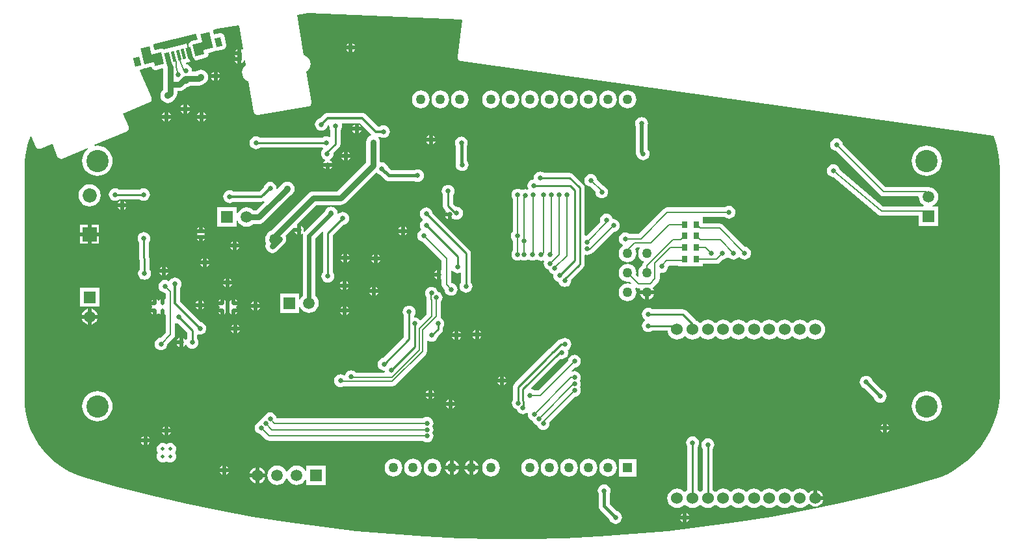
<source format=gbl>
%FSLAX44Y44*%
%MOMM*%
G71*
G01*
G75*
G04 Layer_Physical_Order=2*
G04 Layer_Color=16711680*
%ADD10C,0.7620*%
%ADD11R,0.3000X0.4900*%
%ADD12R,0.3000X0.5200*%
%ADD13R,0.4900X0.3000*%
%ADD14R,0.5200X0.3000*%
%ADD15R,0.7000X0.9000*%
%ADD16R,1.7000X1.1000*%
%ADD17R,0.2500X0.7000*%
%ADD18R,2.3800X1.6500*%
%ADD19O,1.7500X0.3000*%
%ADD20O,0.3000X1.7500*%
G04:AMPARAMS|DCode=21|XSize=1.524mm|YSize=2.8448mm|CornerRadius=0mm|HoleSize=0mm|Usage=FLASHONLY|Rotation=82.000|XOffset=0mm|YOffset=0mm|HoleType=Round|Shape=Rectangle|*
%AMROTATEDRECTD21*
4,1,4,1.3025,-0.9525,-1.5146,-0.5566,-1.3025,0.9525,1.5146,0.5566,1.3025,-0.9525,0.0*
%
%ADD21ROTATEDRECTD21*%

G04:AMPARAMS|DCode=22|XSize=1.524mm|YSize=2.8448mm|CornerRadius=0mm|HoleSize=0mm|Usage=FLASHONLY|Rotation=352.000|XOffset=0mm|YOffset=0mm|HoleType=Round|Shape=Rectangle|*
%AMROTATEDRECTD22*
4,1,4,-0.9525,-1.3025,-0.5566,1.5146,0.9525,1.3025,0.5566,-1.5146,-0.9525,-1.3025,0.0*
%
%ADD22ROTATEDRECTD22*%

%ADD23R,2.0000X0.4000*%
%ADD24O,1.3500X0.4500*%
%ADD25O,0.7000X2.0000*%
%ADD26R,0.8500X0.7000*%
%ADD27R,0.9000X0.8000*%
%ADD28R,0.4500X0.8500*%
%ADD29R,2.4000X1.5000*%
%ADD30R,0.7000X0.3000*%
%ADD31R,1.0000X1.6000*%
%ADD32O,0.2800X0.8500*%
%ADD33R,2.4000X1.6500*%
%ADD34C,0.4000*%
%ADD35R,0.9000X0.7000*%
%ADD36R,0.5500X0.9500*%
%ADD37R,0.7000X1.4000*%
%ADD38R,1.0000X1.0000*%
%ADD39R,0.8000X0.9000*%
%ADD40R,2.3000X2.3000*%
G04:AMPARAMS|DCode=41|XSize=2mm|YSize=1.75mm|CornerRadius=0mm|HoleSize=0mm|Usage=FLASHONLY|Rotation=279.640|XOffset=0mm|YOffset=0mm|HoleType=Round|Shape=Rectangle|*
%AMROTATEDRECTD41*
4,1,4,-1.0301,0.8394,0.6952,1.1324,1.0301,-0.8394,-0.6952,-1.1324,-1.0301,0.8394,0.0*
%
%ADD41ROTATEDRECTD41*%

%ADD42C,0.1905*%
%ADD43C,0.4064*%
%ADD44C,0.2032*%
%ADD45C,0.6096*%
%ADD46C,0.3048*%
%ADD47C,0.2540*%
%ADD48C,1.0160*%
%ADD49C,0.5080*%
%ADD50C,1.2700*%
%ADD51C,0.3556*%
%ADD52R,0.7000X0.2800*%
%ADD53C,2.9000*%
%ADD54C,1.5000*%
%ADD55R,1.5000X1.5000*%
%ADD56R,1.5000X1.5000*%
%ADD57C,1.5240*%
%ADD58C,1.2700*%
%ADD59R,1.2700X1.2700*%
%ADD60R,1.8500X1.8500*%
%ADD61C,1.8500*%
%ADD62C,0.6350*%
%ADD63C,0.5000*%
%ADD64C,0.9000*%
%ADD65C,0.7000*%
%ADD66C,0.6350*%
G04:AMPARAMS|DCode=67|XSize=0.65mm|YSize=1.35mm|CornerRadius=0mm|HoleSize=0mm|Usage=FLASHONLY|Rotation=13.600|XOffset=0mm|YOffset=0mm|HoleType=Round|Shape=Rectangle|*
%AMROTATEDRECTD67*
4,1,4,-0.1572,-0.7325,-0.4746,0.5797,0.1572,0.7325,0.4746,-0.5797,-0.1572,-0.7325,0.0*
%
%ADD67ROTATEDRECTD67*%

G04:AMPARAMS|DCode=68|XSize=0.4mm|YSize=1.35mm|CornerRadius=0mm|HoleSize=0mm|Usage=FLASHONLY|Rotation=13.600|XOffset=0mm|YOffset=0mm|HoleType=Round|Shape=Rectangle|*
%AMROTATEDRECTD68*
4,1,4,-0.0357,-0.7031,-0.3531,0.6090,0.0357,0.7031,0.3531,-0.6090,-0.0357,-0.7031,0.0*
%
%ADD68ROTATEDRECTD68*%

G04:AMPARAMS|DCode=69|XSize=2.51mm|YSize=1mm|CornerRadius=0mm|HoleSize=0mm|Usage=FLASHONLY|Rotation=13.600|XOffset=0mm|YOffset=0mm|HoleType=Round|Shape=Rectangle|*
%AMROTATEDRECTD69*
4,1,4,-1.1022,-0.7811,-1.3374,0.1909,1.1022,0.7811,1.3374,-0.1909,-1.1022,-0.7811,0.0*
%
%ADD69ROTATEDRECTD69*%

G04:AMPARAMS|DCode=70|XSize=1.2mm|YSize=2.1mm|CornerRadius=0mm|HoleSize=0mm|Usage=FLASHONLY|Rotation=13.600|XOffset=0mm|YOffset=0mm|HoleType=Round|Shape=Rectangle|*
%AMROTATEDRECTD70*
4,1,4,-0.3363,-1.1617,-0.8301,0.8795,0.3363,1.1617,0.8301,-0.8795,-0.3363,-1.1617,0.0*
%
%ADD70ROTATEDRECTD70*%

G04:AMPARAMS|DCode=71|XSize=1.2mm|YSize=1.55mm|CornerRadius=0mm|HoleSize=0mm|Usage=FLASHONLY|Rotation=13.600|XOffset=0mm|YOffset=0mm|HoleType=Round|Shape=Rectangle|*
%AMROTATEDRECTD71*
4,1,4,-0.4009,-0.8943,-0.7654,0.6122,0.4009,0.8943,0.7654,-0.6122,-0.4009,-0.8943,0.0*
%
%ADD71ROTATEDRECTD71*%

G04:AMPARAMS|DCode=72|XSize=0.775mm|YSize=1.15mm|CornerRadius=0mm|HoleSize=0mm|Usage=FLASHONLY|Rotation=13.600|XOffset=0mm|YOffset=0mm|HoleType=Round|Shape=Rectangle|*
%AMROTATEDRECTD72*
4,1,4,-0.2414,-0.6500,-0.5118,0.4678,0.2414,0.6500,0.5118,-0.4678,-0.2414,-0.6500,0.0*
%
%ADD72ROTATEDRECTD72*%

G04:AMPARAMS|DCode=73|XSize=0.825mm|YSize=1.15mm|CornerRadius=0mm|HoleSize=0mm|Usage=FLASHONLY|Rotation=13.600|XOffset=0mm|YOffset=0mm|HoleType=Round|Shape=Rectangle|*
%AMROTATEDRECTD73*
4,1,4,-0.2657,-0.6559,-0.5361,0.4619,0.2657,0.6559,0.5361,-0.4619,-0.2657,-0.6559,0.0*
%
%ADD73ROTATEDRECTD73*%

G36*
X-65257Y344360D02*
X-64443Y343385D01*
X-71106Y295979D01*
X-70991Y293962D01*
X-70113Y292141D01*
X-68605Y290796D01*
X-66697Y290129D01*
X627019Y192634D01*
X630228Y183059D01*
X632872Y171819D01*
X634467Y160384D01*
X635000Y148850D01*
Y-148850D01*
X633393Y-160116D01*
X630769Y-171189D01*
X627148Y-181978D01*
X622561Y-192393D01*
X617046Y-202347D01*
X610649Y-211758D01*
X603422Y-220549D01*
X595426Y-228646D01*
X586726Y-235982D01*
X577395Y-242497D01*
X567510Y-248136D01*
X557154Y-252853D01*
X513660Y-265091D01*
X469897Y-276332D01*
X425888Y-286570D01*
X381657Y-295800D01*
X337227Y-304016D01*
X292621Y-311215D01*
X247861Y-317392D01*
X202972Y-322545D01*
X157978Y-326670D01*
X112900Y-329766D01*
X67764Y-331831D01*
X22592Y-332864D01*
X-22592D01*
X-67764Y-331831D01*
X-112900Y-329766D01*
X-157977Y-326670D01*
X-202972Y-322545D01*
X-247861Y-317392D01*
X-292620Y-311215D01*
X-337227Y-304016D01*
X-381657Y-295800D01*
X-425888Y-286570D01*
X-469897Y-276332D01*
X-513660Y-265091D01*
X-557154Y-252853D01*
X-567269Y-249330D01*
X-576987Y-244826D01*
X-586213Y-239385D01*
X-594857Y-233060D01*
X-602835Y-225913D01*
X-610068Y-218013D01*
X-616486Y-209438D01*
X-622027Y-200272D01*
X-626636Y-190603D01*
X-630268Y-180527D01*
X-632888Y-170141D01*
X-634471Y-159548D01*
X-635000Y-148850D01*
Y148850D01*
X-634467Y160384D01*
X-632872Y171819D01*
X-630228Y183059D01*
X-627157Y192221D01*
X-625888Y192270D01*
X-620145Y178740D01*
X-619007Y177069D01*
X-617317Y175961D01*
X-615332Y175584D01*
X-613694Y175925D01*
X-613353Y175996D01*
X-599617Y181826D01*
X-598439Y181351D01*
X-591827Y165773D01*
X-590690Y164103D01*
X-589000Y162995D01*
X-587014Y162618D01*
D01*
X-587014D01*
X-585036Y163029D01*
X-552140Y176993D01*
X-551482Y175906D01*
X-553912Y173912D01*
X-556359Y170931D01*
X-558177Y167529D01*
X-559297Y163838D01*
X-559675Y160000D01*
X-559297Y156162D01*
X-558177Y152471D01*
X-556359Y149069D01*
X-553912Y146088D01*
X-550931Y143641D01*
X-547529Y141823D01*
X-543838Y140703D01*
X-540000Y140325D01*
X-536162Y140703D01*
X-532471Y141823D01*
X-529069Y143641D01*
X-526088Y146088D01*
X-523641Y149069D01*
X-521823Y152471D01*
X-520703Y156162D01*
X-520325Y160000D01*
X-520703Y163838D01*
X-521823Y167529D01*
X-523641Y170931D01*
X-526088Y173912D01*
X-529069Y176359D01*
X-532471Y178177D01*
X-536162Y179297D01*
X-540000Y179675D01*
X-543397Y179340D01*
X-543711Y180571D01*
X-502190Y198195D01*
X-500520Y199333D01*
X-499412Y201023D01*
X-499035Y203008D01*
X-499446Y204987D01*
X-499446Y204987D01*
X-506409Y221391D01*
X-472516Y235777D01*
X-470845Y236915D01*
X-469737Y238605D01*
X-469360Y240590D01*
X-469772Y242569D01*
X-469772Y242569D01*
X-484687Y277707D01*
X-484117Y278842D01*
X-481901Y279378D01*
X-481901D01*
X-480067Y280227D01*
X-479635Y280696D01*
X-479459Y280631D01*
X-477440Y280714D01*
X-471309Y282197D01*
X-469666Y282265D01*
X-468816Y280431D01*
X-467330Y279062D01*
X-465433Y278365D01*
X-463414Y278448D01*
X-454965Y280492D01*
X-453967Y279707D01*
Y257912D01*
Y252402D01*
X-454861Y251716D01*
X-456396Y249715D01*
X-457361Y247385D01*
X-457691Y244884D01*
X-457361Y242383D01*
X-456396Y240053D01*
X-454861Y238051D01*
X-452859Y236516D01*
X-450529Y235550D01*
X-448028Y235221D01*
X-445527Y235550D01*
X-443197Y236516D01*
X-441195Y238051D01*
X-439660Y240053D01*
X-439293Y240938D01*
X-438660Y241572D01*
X-437235Y243429D01*
X-436339Y245591D01*
X-436033Y247912D01*
Y251033D01*
X-432912D01*
X-430591Y251339D01*
X-428429Y252235D01*
X-426572Y253660D01*
X-424077Y256154D01*
X-422678Y256338D01*
X-420516Y257234D01*
X-419167Y258269D01*
X-407388D01*
X-405067Y258575D01*
X-402905Y259471D01*
X-401649Y260434D01*
X-400525Y260900D01*
X-398523Y262435D01*
X-396988Y264437D01*
X-396023Y266767D01*
X-395693Y269268D01*
X-396023Y271769D01*
X-396988Y274099D01*
X-398523Y276101D01*
X-400525Y277636D01*
X-402855Y278601D01*
X-405356Y278931D01*
X-407857Y278601D01*
X-410187Y277636D01*
X-412055Y276203D01*
X-415882D01*
X-416719Y277157D01*
X-416674Y277500D01*
X-416958Y279655D01*
X-417789Y281663D01*
X-419113Y283388D01*
X-420837Y284711D01*
X-422845Y285543D01*
X-424162Y285716D01*
X-424702Y287065D01*
X-424119Y288194D01*
X-418195Y289627D01*
X-418461Y290729D01*
X-418461Y290730D01*
X-420976Y301126D01*
X-423280Y310649D01*
X-423280Y310649D01*
X-423758Y312624D01*
X-430076Y311095D01*
X-430076Y311095D01*
X-430076Y311095D01*
X-436394Y309567D01*
X-436394Y309567D01*
X-436394Y309567D01*
X-450157Y306237D01*
Y306237D01*
X-450157Y306237D01*
X-453516Y305424D01*
X-453914Y305791D01*
X-455812Y306487D01*
X-457831Y306404D01*
X-464656Y304753D01*
X-465740Y305415D01*
X-466898Y310200D01*
X-467248Y310955D01*
X-466695Y312099D01*
X-411727Y325381D01*
X-410713Y324616D01*
X-410680Y323800D01*
X-409311Y318143D01*
X-417009Y316280D01*
X-418843Y315431D01*
X-420212Y313944D01*
X-420909Y312047D01*
X-420875Y311231D01*
X-420876Y311230D01*
X-420826Y310028D01*
X-420826Y310027D01*
Y310027D01*
X-418800Y301652D01*
X-417181Y294962D01*
X-416332Y293128D01*
X-415569Y292425D01*
X-415553Y292357D01*
X-415506Y292368D01*
X-414845Y291759D01*
X-412948Y291063D01*
X-410929Y291146D01*
X-399265Y293967D01*
X-397431Y294817D01*
X-396062Y296303D01*
X-395366Y298200D01*
X-395449Y300220D01*
X-395524Y300532D01*
X-387826Y302394D01*
X-385992Y303243D01*
X-385712Y303547D01*
X-385326Y303405D01*
X-385325D01*
D01*
X-383306Y303488D01*
X-375774Y305310D01*
X-375774D01*
X-373940Y306159D01*
X-372570Y307646D01*
X-371874Y309543D01*
X-371957Y311562D01*
X-374661Y322740D01*
X-375511Y324574D01*
X-376997Y325943D01*
X-378894Y326639D01*
X-380914Y326556D01*
X-387932Y324859D01*
X-388947Y329058D01*
X-389288Y329793D01*
X-388736Y330937D01*
X-383321Y332245D01*
X-356326Y336867D01*
X-355289Y336132D01*
X-350106Y305617D01*
X-351172Y304927D01*
X-352460Y305787D01*
Y300000D01*
X-355000D01*
Y297460D01*
X-360787D01*
X-359979Y296250D01*
X-360787Y295040D01*
X-355000D01*
Y292500D01*
X-352460D01*
Y286713D01*
X-350513Y288013D01*
X-349138Y290072D01*
X-348919Y291171D01*
X-347650Y291153D01*
X-346603Y284990D01*
X-347440Y284348D01*
X-347887Y283838D01*
X-348396Y283392D01*
X-349479Y281980D01*
X-349779Y281373D01*
X-350155Y280809D01*
X-350836Y279166D01*
X-350968Y278501D01*
X-351186Y277860D01*
X-351418Y276096D01*
X-351374Y275420D01*
X-351418Y274744D01*
X-351236Y273365D01*
X-351206Y273274D01*
X-351172Y273015D01*
X-351171Y272981D01*
X-351165Y272968D01*
X-351103Y272490D01*
X-350885Y271849D01*
X-350753Y271184D01*
X-350072Y269541D01*
X-349695Y268977D01*
X-349396Y268370D01*
X-348313Y266959D01*
X-347804Y266512D01*
X-347357Y266002D01*
X-345946Y264919D01*
X-345338Y264620D01*
X-344775Y264243D01*
X-343131Y263563D01*
X-342957Y263528D01*
X-336241Y223986D01*
X-335520Y222098D01*
X-334132Y220629D01*
X-332287Y219804D01*
X-330267Y219747D01*
D01*
X-330267D01*
X-265199Y230799D01*
D01*
X-265199D01*
X-263311Y231520D01*
X-261842Y232908D01*
X-261017Y234753D01*
X-260960Y236773D01*
X-267652Y276170D01*
X-266461Y277083D01*
X-266014Y277593D01*
X-265505Y278040D01*
X-264383Y279502D01*
X-264083Y280109D01*
X-263707Y280673D01*
X-263002Y282376D01*
X-262869Y283040D01*
X-262652Y283682D01*
X-262411Y285509D01*
X-262455Y286185D01*
X-262411Y286861D01*
X-262565Y288034D01*
D01*
Y288034D01*
X-262652Y288689D01*
X-262869Y289330D01*
X-263002Y289995D01*
X-263707Y291697D01*
X-264083Y292261D01*
X-264383Y292868D01*
X-265505Y294331D01*
X-266014Y294777D01*
X-266461Y295287D01*
X-267924Y296409D01*
X-268531Y296708D01*
X-269094Y297085D01*
X-270797Y297790D01*
X-271343Y297899D01*
X-280176Y349904D01*
X-265372Y352438D01*
X-65257Y344360D01*
D02*
G37*
%LPC*%
G36*
X-362712Y-61468D02*
X-365959D01*
X-364659Y-63415D01*
X-362712Y-64715D01*
Y-61468D01*
D02*
G37*
G36*
X-48260Y-60761D02*
X-50207Y-62062D01*
X-51507Y-64008D01*
X-48260D01*
Y-60761D01*
D02*
G37*
G36*
X-354385Y-61468D02*
X-357632D01*
Y-64715D01*
X-355686Y-63415D01*
X-354385Y-61468D01*
D02*
G37*
G36*
X-39933Y-69088D02*
X-43180D01*
Y-72335D01*
X-41234Y-71035D01*
X-39933Y-69088D01*
D02*
G37*
G36*
X-74676Y-61777D02*
X-76623Y-63078D01*
X-77923Y-65024D01*
X-74676D01*
Y-61777D01*
D02*
G37*
G36*
X-69596D02*
Y-65024D01*
X-66349D01*
X-67649Y-63078D01*
X-69596Y-61777D01*
D02*
G37*
G36*
X-43180Y-60761D02*
Y-64008D01*
X-39933D01*
X-41234Y-62062D01*
X-43180Y-60761D01*
D02*
G37*
G36*
X-539695Y-45668D02*
X-547460D01*
Y-53433D01*
X-547247Y-53404D01*
X-544680Y-52342D01*
X-542477Y-50651D01*
X-540786Y-48447D01*
X-539724Y-45882D01*
X-539695Y-45668D01*
D02*
G37*
G36*
X-104807Y-4214D02*
X-106962Y-4498D01*
X-108970Y-5330D01*
X-110695Y-6653D01*
X-112018Y-8378D01*
X-112850Y-10386D01*
X-113133Y-12541D01*
X-112850Y-14696D01*
X-112018Y-16704D01*
X-111319Y-17615D01*
Y-21045D01*
X-111023Y-22534D01*
Y-40097D01*
X-118803Y-47878D01*
X-120070Y-47795D01*
X-121112Y-46437D01*
X-122837Y-45113D01*
X-124845Y-44282D01*
X-127000Y-43998D01*
X-127638Y-43439D01*
Y-42207D01*
X-126901Y-41247D01*
X-126069Y-39239D01*
X-125786Y-37084D01*
X-126069Y-34929D01*
X-126901Y-32921D01*
X-128224Y-31196D01*
X-129949Y-29873D01*
X-131957Y-29042D01*
X-134112Y-28758D01*
X-136267Y-29042D01*
X-138275Y-29873D01*
X-140000Y-31196D01*
X-141323Y-32921D01*
X-142155Y-34929D01*
X-142438Y-37084D01*
X-142155Y-39239D01*
X-141323Y-41247D01*
X-140587Y-42207D01*
Y-69962D01*
X-167580Y-96956D01*
X-168779Y-97114D01*
X-170787Y-97945D01*
X-172512Y-99269D01*
X-173835Y-100993D01*
X-174667Y-103001D01*
X-174950Y-105156D01*
X-174667Y-107311D01*
X-173835Y-109319D01*
X-172512Y-111044D01*
X-170787Y-112367D01*
X-168779Y-113199D01*
X-166624Y-113482D01*
X-165795Y-113373D01*
X-165580Y-115004D01*
X-166417Y-115959D01*
X-203075D01*
X-203409Y-115525D01*
X-205133Y-114201D01*
X-207141Y-113370D01*
X-209296Y-113086D01*
X-211451Y-113370D01*
X-213459Y-114201D01*
X-215184Y-115525D01*
X-216507Y-117249D01*
X-217339Y-119257D01*
X-217361Y-119427D01*
X-218534Y-119913D01*
X-219357Y-119281D01*
X-221365Y-118449D01*
X-223520Y-118166D01*
X-225675Y-118449D01*
X-227683Y-119281D01*
X-229408Y-120604D01*
X-230731Y-122329D01*
X-231563Y-124337D01*
X-231846Y-126492D01*
X-231563Y-128647D01*
X-230731Y-130655D01*
X-229408Y-132380D01*
X-227683Y-133703D01*
X-225675Y-134535D01*
X-223520Y-134818D01*
X-221365Y-134535D01*
X-219713Y-133850D01*
X-155924D01*
X-153940Y-133456D01*
X-153545Y-133377D01*
X-151529Y-132030D01*
X-112445Y-92946D01*
X-111098Y-90930D01*
X-110625Y-88551D01*
Y-74819D01*
X-109486Y-74257D01*
X-108811Y-74775D01*
X-106803Y-75607D01*
X-104648Y-75890D01*
X-102493Y-75607D01*
X-100485Y-74775D01*
X-98760Y-73452D01*
X-97437Y-71727D01*
X-96606Y-69719D01*
X-96448Y-68520D01*
X-91942Y-64014D01*
X-90539Y-61914D01*
X-90046Y-59436D01*
Y-57447D01*
X-89309Y-56487D01*
X-88477Y-54479D01*
X-88194Y-52324D01*
X-88477Y-50169D01*
X-89309Y-48161D01*
X-90632Y-46437D01*
X-92357Y-45113D01*
X-93123Y-44796D01*
X-92665Y-42492D01*
Y-23928D01*
X-91670Y-22631D01*
X-90838Y-20623D01*
X-90554Y-18468D01*
X-90838Y-16313D01*
X-91670Y-14305D01*
X-92993Y-12580D01*
X-94717Y-11257D01*
X-96725Y-10425D01*
X-96760Y-10421D01*
X-96765Y-10386D01*
X-97597Y-8378D01*
X-98920Y-6653D01*
X-100644Y-5330D01*
X-102652Y-4498D01*
X-104807Y-4214D01*
D02*
G37*
G36*
X-220604Y-37968D02*
X-223851D01*
X-222551Y-39915D01*
X-220604Y-41215D01*
Y-37968D01*
D02*
G37*
G36*
X-362712Y-53141D02*
X-364659Y-54441D01*
X-365959Y-56388D01*
X-362712D01*
Y-53141D01*
D02*
G37*
G36*
X-357632D02*
Y-56388D01*
X-354385D01*
X-355686Y-54441D01*
X-357632Y-53141D01*
D02*
G37*
G36*
X-552540Y-45668D02*
X-560305D01*
X-560276Y-45882D01*
X-559214Y-48447D01*
X-557523Y-50651D01*
X-555320Y-52342D01*
X-552754Y-53404D01*
X-552540Y-53433D01*
Y-45668D01*
D02*
G37*
G36*
X-48260Y-69088D02*
X-51507D01*
X-50207Y-71035D01*
X-48260Y-72335D01*
Y-69088D01*
D02*
G37*
G36*
X-104140Y-138993D02*
Y-142240D01*
X-100893D01*
X-102193Y-140294D01*
X-104140Y-138993D01*
D02*
G37*
G36*
X-15748Y-129032D02*
X-18995D01*
X-17695Y-130979D01*
X-15748Y-132279D01*
Y-129032D01*
D02*
G37*
G36*
X-7421D02*
X-10668D01*
Y-132279D01*
X-8722Y-130979D01*
X-7421Y-129032D01*
D02*
G37*
G36*
X-109220Y-147320D02*
X-112467D01*
X-111167Y-149267D01*
X-109220Y-150567D01*
Y-147320D01*
D02*
G37*
G36*
X-100893D02*
X-104140D01*
Y-150567D01*
X-102193Y-149267D01*
X-100893Y-147320D01*
D02*
G37*
G36*
X-109220Y-138993D02*
X-111167Y-140294D01*
X-112467Y-142240D01*
X-109220D01*
Y-138993D01*
D02*
G37*
G36*
X-15748Y-120705D02*
X-17695Y-122006D01*
X-18995Y-123952D01*
X-15748D01*
Y-120705D01*
D02*
G37*
G36*
X-74676Y-70104D02*
X-77923D01*
X-76623Y-72051D01*
X-74676Y-73351D01*
Y-70104D01*
D02*
G37*
G36*
X-66349D02*
X-69596D01*
Y-73351D01*
X-67649Y-72051D01*
X-66349Y-70104D01*
D02*
G37*
G36*
X177500Y-31674D02*
X175345Y-31957D01*
X173337Y-32789D01*
X171612Y-34113D01*
X170289Y-35837D01*
X169457Y-37845D01*
X169174Y-40000D01*
X169457Y-42155D01*
X170289Y-44163D01*
X171612Y-45887D01*
X172886Y-46865D01*
Y-48135D01*
X171612Y-49113D01*
X170289Y-50837D01*
X169457Y-52845D01*
X169174Y-55000D01*
X169457Y-57155D01*
X170289Y-59163D01*
X171612Y-60887D01*
X173337Y-62211D01*
X175345Y-63042D01*
X177500Y-63326D01*
X179655Y-63042D01*
X181663Y-62211D01*
X182623Y-61474D01*
X202384D01*
X202627Y-63315D01*
X203907Y-66405D01*
X205942Y-69058D01*
X208595Y-71093D01*
X211685Y-72373D01*
X215000Y-72810D01*
X218315Y-72373D01*
X221405Y-71093D01*
X224058Y-69058D01*
X224365Y-68657D01*
X225635D01*
X225942Y-69058D01*
X228595Y-71093D01*
X231685Y-72373D01*
X235000Y-72810D01*
X238315Y-72373D01*
X241405Y-71093D01*
X244058Y-69058D01*
X244365Y-68657D01*
X245635D01*
X245942Y-69058D01*
X248595Y-71093D01*
X251685Y-72373D01*
X255000Y-72810D01*
X258315Y-72373D01*
X261405Y-71093D01*
X264058Y-69058D01*
X264365Y-68657D01*
X265635D01*
X265942Y-69058D01*
X268595Y-71093D01*
X271685Y-72373D01*
X275000Y-72810D01*
X278315Y-72373D01*
X281405Y-71093D01*
X284058Y-69058D01*
X284365Y-68657D01*
X285635D01*
X285942Y-69058D01*
X288595Y-71093D01*
X291685Y-72373D01*
X295000Y-72810D01*
X298315Y-72373D01*
X301405Y-71093D01*
X304058Y-69058D01*
X304365Y-68657D01*
X305635D01*
X305942Y-69058D01*
X308595Y-71093D01*
X311685Y-72373D01*
X315000Y-72810D01*
X318315Y-72373D01*
X321405Y-71093D01*
X324058Y-69058D01*
X324365Y-68657D01*
X325635D01*
X325942Y-69058D01*
X328595Y-71093D01*
X331685Y-72373D01*
X335000Y-72810D01*
X338315Y-72373D01*
X341405Y-71093D01*
X344058Y-69058D01*
X344365Y-68657D01*
X345635D01*
X345942Y-69058D01*
X348595Y-71093D01*
X351685Y-72373D01*
X355000Y-72810D01*
X358315Y-72373D01*
X361405Y-71093D01*
X364058Y-69058D01*
X364365Y-68657D01*
X365635D01*
X365942Y-69058D01*
X368595Y-71093D01*
X371685Y-72373D01*
X375000Y-72810D01*
X378315Y-72373D01*
X381405Y-71093D01*
X384058Y-69058D01*
X384365Y-68657D01*
X385635D01*
X385942Y-69058D01*
X388595Y-71093D01*
X391685Y-72373D01*
X395000Y-72810D01*
X398315Y-72373D01*
X401405Y-71093D01*
X404058Y-69058D01*
X406093Y-66405D01*
X407373Y-63315D01*
X407810Y-60000D01*
X407373Y-56685D01*
X406093Y-53595D01*
X404058Y-50942D01*
X401405Y-48907D01*
X398315Y-47627D01*
X395000Y-47190D01*
X391685Y-47627D01*
X388595Y-48907D01*
X385942Y-50942D01*
X385635Y-51343D01*
X384365D01*
X384058Y-50942D01*
X381405Y-48907D01*
X378315Y-47627D01*
X375000Y-47190D01*
X371685Y-47627D01*
X368595Y-48907D01*
X365942Y-50942D01*
X365635Y-51343D01*
X364365D01*
X364058Y-50942D01*
X361405Y-48907D01*
X358315Y-47627D01*
X355000Y-47190D01*
X351685Y-47627D01*
X348595Y-48907D01*
X345942Y-50942D01*
X345635Y-51343D01*
X344365D01*
X344058Y-50942D01*
X341405Y-48907D01*
X338315Y-47627D01*
X335000Y-47190D01*
X331685Y-47627D01*
X328595Y-48907D01*
X325942Y-50942D01*
X325635Y-51343D01*
X324365D01*
X324058Y-50942D01*
X321405Y-48907D01*
X318315Y-47627D01*
X315000Y-47190D01*
X311685Y-47627D01*
X308595Y-48907D01*
X305942Y-50942D01*
X305635Y-51343D01*
X304365D01*
X304058Y-50942D01*
X301405Y-48907D01*
X298315Y-47627D01*
X295000Y-47190D01*
X291685Y-47627D01*
X288595Y-48907D01*
X285942Y-50942D01*
X285635Y-51343D01*
X284365D01*
X284058Y-50942D01*
X281405Y-48907D01*
X278315Y-47627D01*
X275000Y-47190D01*
X271685Y-47627D01*
X268595Y-48907D01*
X265942Y-50942D01*
X265635Y-51343D01*
X264365D01*
X264058Y-50942D01*
X261405Y-48907D01*
X258315Y-47627D01*
X255000Y-47190D01*
X251685Y-47627D01*
X248595Y-48907D01*
X245942Y-50942D01*
X245635Y-51343D01*
X244365D01*
X244058Y-50942D01*
X241405Y-48907D01*
X239789Y-48237D01*
X239578Y-47922D01*
X227078Y-35422D01*
X224978Y-34018D01*
X222500Y-33526D01*
X182623D01*
X181663Y-32789D01*
X179655Y-31957D01*
X177500Y-31674D01*
D02*
G37*
G36*
X-10668Y-120705D02*
Y-123952D01*
X-7421D01*
X-8722Y-122006D01*
X-10668Y-120705D01*
D02*
G37*
G36*
X-433324Y-79248D02*
X-436571D01*
X-435271Y-81195D01*
X-433324Y-82495D01*
Y-79248D01*
D02*
G37*
G36*
Y-70921D02*
X-435271Y-72221D01*
X-436571Y-74168D01*
X-433324D01*
Y-70921D01*
D02*
G37*
G36*
X-212277Y-37968D02*
X-215524D01*
Y-41215D01*
X-213577Y-39915D01*
X-212277Y-37968D01*
D02*
G37*
G36*
X-403860Y-22153D02*
Y-25400D01*
X-400613D01*
X-401913Y-23454D01*
X-403860Y-22153D01*
D02*
G37*
G36*
X-467540Y-20453D02*
X-469000Y-21428D01*
X-469975Y-22888D01*
X-467540D01*
Y-20453D01*
D02*
G37*
G36*
X-380040D02*
X-381500Y-21428D01*
X-382475Y-22888D01*
X-380040D01*
Y-20453D01*
D02*
G37*
G36*
X-336804Y-23169D02*
X-338751Y-24469D01*
X-340051Y-26416D01*
X-336804D01*
Y-23169D01*
D02*
G37*
G36*
X-331724D02*
Y-26416D01*
X-328477D01*
X-329777Y-24469D01*
X-331724Y-23169D01*
D02*
G37*
G36*
X-408940Y-22153D02*
X-410887Y-23454D01*
X-412187Y-25400D01*
X-408940D01*
Y-22153D01*
D02*
G37*
G36*
X-359960Y-20453D02*
Y-22888D01*
X-357525D01*
X-358500Y-21428D01*
X-359960Y-20453D01*
D02*
G37*
G36*
X-174045Y-12192D02*
X-177292D01*
Y-15439D01*
X-175345Y-14139D01*
X-174045Y-12192D01*
D02*
G37*
G36*
X-220980Y-5080D02*
X-224227D01*
X-222927Y-7027D01*
X-220980Y-8327D01*
Y-5080D01*
D02*
G37*
G36*
X-212653D02*
X-215900D01*
Y-8327D01*
X-213953Y-7027D01*
X-212653Y-5080D01*
D02*
G37*
G36*
X173355Y-13970D02*
X166775D01*
X167686Y-16170D01*
X169192Y-18133D01*
X171155Y-19639D01*
X173355Y-20550D01*
Y-13970D01*
D02*
G37*
G36*
X185015D02*
X178435D01*
Y-20550D01*
X180635Y-19639D01*
X182598Y-18133D01*
X184104Y-16170D01*
X185015Y-13970D01*
D02*
G37*
G36*
X-182372Y-12192D02*
X-185619D01*
X-184319Y-14139D01*
X-182372Y-15439D01*
Y-12192D01*
D02*
G37*
G36*
X-537420Y-5148D02*
X-562580D01*
Y-30308D01*
X-537420D01*
Y-5148D01*
D02*
G37*
G36*
X-380040Y-37968D02*
X-382475D01*
X-381500Y-39428D01*
X-380040Y-40403D01*
Y-37968D01*
D02*
G37*
G36*
X-374960Y-20453D02*
Y-25428D01*
X-377500D01*
Y-27968D01*
X-382475D01*
X-381500Y-29428D01*
X-380954Y-29793D01*
Y-31063D01*
X-381500Y-31428D01*
X-382475Y-32888D01*
X-377500D01*
Y-35428D01*
X-374960D01*
Y-40403D01*
X-373500Y-39428D01*
X-372540Y-37991D01*
Y-30428D01*
Y-22865D01*
X-373500Y-21428D01*
X-374960Y-20453D01*
D02*
G37*
G36*
X-365040D02*
X-366500Y-21428D01*
X-367460Y-22865D01*
Y-30428D01*
Y-37991D01*
X-366500Y-39428D01*
X-365040Y-40403D01*
Y-35428D01*
X-362500D01*
Y-32888D01*
X-357525D01*
X-358500Y-31428D01*
X-359047Y-31063D01*
Y-29793D01*
X-358500Y-29428D01*
X-357525Y-27968D01*
X-362500D01*
Y-25428D01*
X-365040D01*
Y-20453D01*
D02*
G37*
G36*
X-552540Y-32823D02*
X-552754Y-32852D01*
X-555320Y-33914D01*
X-557523Y-35605D01*
X-559214Y-37808D01*
X-560276Y-40374D01*
X-560305Y-40588D01*
X-552540D01*
Y-32823D01*
D02*
G37*
G36*
X-547460D02*
Y-40588D01*
X-539695D01*
X-539724Y-40374D01*
X-540786Y-37808D01*
X-542477Y-35605D01*
X-544680Y-33914D01*
X-547247Y-32852D01*
X-547460Y-32823D01*
D02*
G37*
G36*
X-467540Y-37968D02*
X-469975D01*
X-469000Y-39428D01*
X-467540Y-40403D01*
Y-37968D01*
D02*
G37*
G36*
X-357525D02*
X-359960D01*
Y-40403D01*
X-358500Y-39428D01*
X-357525Y-37968D01*
D02*
G37*
G36*
X-400613Y-30480D02*
X-403860D01*
Y-33727D01*
X-401913Y-32427D01*
X-400613Y-30480D01*
D02*
G37*
G36*
X-220604Y-29641D02*
X-222551Y-30942D01*
X-223851Y-32888D01*
X-220604D01*
Y-29641D01*
D02*
G37*
G36*
X-215524D02*
Y-32888D01*
X-212277D01*
X-213577Y-30942D01*
X-215524Y-29641D01*
D02*
G37*
G36*
X-336804Y-31496D02*
X-340051D01*
X-338751Y-33443D01*
X-336804Y-34743D01*
Y-31496D01*
D02*
G37*
G36*
X-328477D02*
X-331724D01*
Y-34743D01*
X-329777Y-33443D01*
X-328477Y-31496D01*
D02*
G37*
G36*
X-408940Y-30480D02*
X-412187D01*
X-410887Y-32427D01*
X-408940Y-33727D01*
Y-30480D01*
D02*
G37*
G36*
X-77724Y-151185D02*
Y-154432D01*
X-74477D01*
X-75778Y-152486D01*
X-77724Y-151185D01*
D02*
G37*
G36*
X125095Y-228501D02*
X122111Y-228894D01*
X119331Y-230046D01*
X116943Y-231878D01*
X115111Y-234266D01*
X113959Y-237046D01*
X113566Y-240030D01*
X113959Y-243014D01*
X115111Y-245794D01*
X116943Y-248182D01*
X119331Y-250014D01*
X122111Y-251166D01*
X125095Y-251559D01*
X128079Y-251166D01*
X130859Y-250014D01*
X133247Y-248182D01*
X135079Y-245794D01*
X136231Y-243014D01*
X136624Y-240030D01*
X136231Y-237046D01*
X135079Y-234266D01*
X133247Y-231878D01*
X130859Y-230046D01*
X128079Y-228894D01*
X125095Y-228501D01*
D02*
G37*
G36*
X161925Y-228600D02*
X139065D01*
Y-251460D01*
X161925D01*
Y-228600D01*
D02*
G37*
G36*
X-80645Y-242570D02*
X-87225D01*
X-86314Y-244770D01*
X-84808Y-246733D01*
X-82844Y-248239D01*
X-80645Y-249150D01*
Y-242570D01*
D02*
G37*
G36*
X48895Y-228501D02*
X45911Y-228894D01*
X43131Y-230046D01*
X40743Y-231878D01*
X38911Y-234266D01*
X37759Y-237046D01*
X37366Y-240030D01*
X37759Y-243014D01*
X38911Y-245794D01*
X40743Y-248182D01*
X43131Y-250014D01*
X45911Y-251166D01*
X48895Y-251559D01*
X51879Y-251166D01*
X54659Y-250014D01*
X57047Y-248182D01*
X58879Y-245794D01*
X60031Y-243014D01*
X60424Y-240030D01*
X60031Y-237046D01*
X58879Y-234266D01*
X57047Y-231878D01*
X54659Y-230046D01*
X51879Y-228894D01*
X48895Y-228501D01*
D02*
G37*
G36*
X74295D02*
X71311Y-228894D01*
X68531Y-230046D01*
X66143Y-231878D01*
X64311Y-234266D01*
X63159Y-237046D01*
X62766Y-240030D01*
X63159Y-243014D01*
X64311Y-245794D01*
X66143Y-248182D01*
X68531Y-250014D01*
X71311Y-251166D01*
X74295Y-251559D01*
X77279Y-251166D01*
X80059Y-250014D01*
X82447Y-248182D01*
X84279Y-245794D01*
X85431Y-243014D01*
X85824Y-240030D01*
X85431Y-237046D01*
X84279Y-234266D01*
X82447Y-231878D01*
X80059Y-230046D01*
X77279Y-228894D01*
X74295Y-228501D01*
D02*
G37*
G36*
X99695D02*
X96711Y-228894D01*
X93931Y-230046D01*
X91543Y-231878D01*
X89711Y-234266D01*
X88559Y-237046D01*
X88166Y-240030D01*
X88559Y-243014D01*
X89711Y-245794D01*
X91543Y-248182D01*
X93931Y-250014D01*
X96711Y-251166D01*
X99695Y-251559D01*
X102679Y-251166D01*
X105459Y-250014D01*
X107847Y-248182D01*
X109679Y-245794D01*
X110831Y-243014D01*
X111224Y-240030D01*
X110831Y-237046D01*
X109679Y-234266D01*
X107847Y-231878D01*
X105459Y-230046D01*
X102679Y-228894D01*
X99695Y-228501D01*
D02*
G37*
G36*
X-68985Y-242570D02*
X-75565D01*
Y-249150D01*
X-73365Y-248239D01*
X-71402Y-246733D01*
X-69896Y-244770D01*
X-68985Y-242570D01*
D02*
G37*
G36*
X-369117Y-245872D02*
X-372364D01*
Y-249119D01*
X-370418Y-247819D01*
X-369117Y-245872D01*
D02*
G37*
G36*
X-333740Y-239695D02*
X-333954Y-239723D01*
X-336520Y-240786D01*
X-338723Y-242477D01*
X-340414Y-244681D01*
X-341477Y-247246D01*
X-341505Y-247460D01*
X-333740D01*
Y-239695D01*
D02*
G37*
G36*
X-328660D02*
Y-247460D01*
X-320895D01*
X-320924Y-247246D01*
X-321986Y-244681D01*
X-323677Y-242477D01*
X-325881Y-240786D01*
X-328447Y-239723D01*
X-328660Y-239695D01*
D02*
G37*
G36*
X-55245Y-242570D02*
X-61825D01*
X-60914Y-244770D01*
X-59408Y-246733D01*
X-57445Y-248239D01*
X-55245Y-249150D01*
Y-242570D01*
D02*
G37*
G36*
X-43585D02*
X-50165D01*
Y-249150D01*
X-47965Y-248239D01*
X-46002Y-246733D01*
X-44496Y-244770D01*
X-43585Y-242570D01*
D02*
G37*
G36*
X-377444Y-245872D02*
X-380691D01*
X-379391Y-247819D01*
X-377444Y-249119D01*
Y-245872D01*
D02*
G37*
G36*
X23495Y-228501D02*
X20511Y-228894D01*
X17731Y-230046D01*
X15343Y-231878D01*
X13511Y-234266D01*
X12359Y-237046D01*
X11966Y-240030D01*
X12359Y-243014D01*
X13511Y-245794D01*
X15343Y-248182D01*
X17731Y-250014D01*
X20511Y-251166D01*
X23495Y-251559D01*
X26479Y-251166D01*
X29259Y-250014D01*
X31647Y-248182D01*
X33479Y-245794D01*
X34631Y-243014D01*
X35024Y-240030D01*
X34631Y-237046D01*
X33479Y-234266D01*
X31647Y-231878D01*
X29259Y-230046D01*
X26479Y-228894D01*
X23495Y-228501D01*
D02*
G37*
G36*
X222460Y-299213D02*
X220513Y-300513D01*
X219213Y-302460D01*
X222460D01*
Y-299213D01*
D02*
G37*
G36*
X227540D02*
Y-302460D01*
X230787D01*
X229487Y-300513D01*
X227540Y-299213D01*
D02*
G37*
G36*
X397540Y-269574D02*
Y-277460D01*
X405426D01*
X405393Y-277215D01*
X404319Y-274620D01*
X402608Y-272391D01*
X400380Y-270681D01*
X397785Y-269607D01*
X397540Y-269574D01*
D02*
G37*
G36*
X120000Y-261674D02*
X117845Y-261957D01*
X115837Y-262789D01*
X114113Y-264112D01*
X112789Y-265837D01*
X111958Y-267845D01*
X111674Y-270000D01*
X111958Y-272155D01*
X112789Y-274163D01*
X112827Y-274212D01*
Y-290000D01*
X113071Y-291857D01*
X113281Y-292363D01*
X113788Y-293587D01*
X114928Y-295072D01*
X126950Y-307094D01*
X126958Y-307155D01*
X127789Y-309163D01*
X129113Y-310888D01*
X130837Y-312211D01*
X132845Y-313043D01*
X135000Y-313326D01*
X137155Y-313043D01*
X139163Y-312211D01*
X140887Y-310888D01*
X142211Y-309163D01*
X143042Y-307155D01*
X143326Y-305000D01*
X143042Y-302845D01*
X142211Y-300837D01*
X140887Y-299112D01*
X139163Y-297789D01*
X137155Y-296957D01*
X137094Y-296950D01*
X127173Y-287029D01*
Y-274212D01*
X127211Y-274163D01*
X128042Y-272155D01*
X128326Y-270000D01*
X128042Y-267845D01*
X127211Y-265837D01*
X125887Y-264112D01*
X124163Y-262789D01*
X122155Y-261957D01*
X120000Y-261674D01*
D02*
G37*
G36*
X222460Y-307540D02*
X219213D01*
X220513Y-309487D01*
X222460Y-310787D01*
Y-307540D01*
D02*
G37*
G36*
X230787D02*
X227540D01*
Y-310787D01*
X229487Y-309487D01*
X230787Y-307540D01*
D02*
G37*
G36*
X235000Y-199362D02*
X232845Y-199646D01*
X230837Y-200477D01*
X229112Y-201801D01*
X227789Y-203525D01*
X226957Y-205533D01*
X226674Y-207688D01*
X226957Y-209843D01*
X227789Y-211851D01*
X228526Y-212811D01*
Y-268960D01*
X225942Y-270942D01*
X225635Y-271343D01*
X224365D01*
X224058Y-270942D01*
X221405Y-268907D01*
X218315Y-267627D01*
X215000Y-267190D01*
X211685Y-267627D01*
X208595Y-268907D01*
X205942Y-270942D01*
X203907Y-273595D01*
X202627Y-276685D01*
X202190Y-280000D01*
X202627Y-283315D01*
X203907Y-286405D01*
X205942Y-289058D01*
X208595Y-291093D01*
X211685Y-292373D01*
X215000Y-292810D01*
X218315Y-292373D01*
X221405Y-291093D01*
X224058Y-289058D01*
X224365Y-288657D01*
X225635D01*
X225942Y-289058D01*
X228595Y-291093D01*
X231685Y-292373D01*
X235000Y-292810D01*
X238315Y-292373D01*
X241405Y-291093D01*
X244058Y-289058D01*
X244365Y-288657D01*
X245635D01*
X245942Y-289058D01*
X248595Y-291093D01*
X251685Y-292373D01*
X255000Y-292810D01*
X258315Y-292373D01*
X261405Y-291093D01*
X264058Y-289058D01*
X264365Y-288657D01*
X265635D01*
X265942Y-289058D01*
X268595Y-291093D01*
X271685Y-292373D01*
X275000Y-292810D01*
X278315Y-292373D01*
X281405Y-291093D01*
X284058Y-289058D01*
X284365Y-288657D01*
X285635D01*
X285942Y-289058D01*
X288595Y-291093D01*
X291685Y-292373D01*
X295000Y-292810D01*
X298315Y-292373D01*
X301405Y-291093D01*
X304058Y-289058D01*
X304365Y-288657D01*
X305635D01*
X305942Y-289058D01*
X308595Y-291093D01*
X311685Y-292373D01*
X315000Y-292810D01*
X318315Y-292373D01*
X321405Y-291093D01*
X324058Y-289058D01*
X324365Y-288657D01*
X325635D01*
X325942Y-289058D01*
X328595Y-291093D01*
X331685Y-292373D01*
X335000Y-292810D01*
X338315Y-292373D01*
X341405Y-291093D01*
X344058Y-289058D01*
X344365Y-288657D01*
X345635D01*
X345942Y-289058D01*
X348595Y-291093D01*
X351685Y-292373D01*
X355000Y-292810D01*
X358315Y-292373D01*
X361405Y-291093D01*
X364058Y-289058D01*
X364365Y-288657D01*
X365635D01*
X365942Y-289058D01*
X368595Y-291093D01*
X371685Y-292373D01*
X375000Y-292810D01*
X378315Y-292373D01*
X381405Y-291093D01*
X384058Y-289058D01*
X385646Y-286988D01*
X386916Y-286988D01*
X387392Y-287609D01*
X389620Y-289319D01*
X392215Y-290393D01*
X395000Y-290760D01*
X397785Y-290393D01*
X400380Y-289319D01*
X402608Y-287609D01*
X404319Y-285380D01*
X405393Y-282785D01*
X405426Y-282540D01*
X395000D01*
Y-280000D01*
X392460D01*
Y-269574D01*
X392215Y-269607D01*
X389620Y-270681D01*
X387392Y-272391D01*
X386916Y-273012D01*
X385646Y-273012D01*
X384058Y-270942D01*
X381405Y-268907D01*
X378315Y-267627D01*
X375000Y-267190D01*
X371685Y-267627D01*
X368595Y-268907D01*
X365942Y-270942D01*
X365635Y-271343D01*
X364365D01*
X364058Y-270942D01*
X361405Y-268907D01*
X358315Y-267627D01*
X355000Y-267190D01*
X351685Y-267627D01*
X348595Y-268907D01*
X345942Y-270942D01*
X345635Y-271343D01*
X344365D01*
X344058Y-270942D01*
X341405Y-268907D01*
X338315Y-267627D01*
X335000Y-267190D01*
X331685Y-267627D01*
X328595Y-268907D01*
X325942Y-270942D01*
X325635Y-271343D01*
X324365D01*
X324058Y-270942D01*
X321405Y-268907D01*
X318315Y-267627D01*
X315000Y-267190D01*
X311685Y-267627D01*
X308595Y-268907D01*
X305942Y-270942D01*
X305635Y-271343D01*
X304365D01*
X304058Y-270942D01*
X301405Y-268907D01*
X298315Y-267627D01*
X295000Y-267190D01*
X291685Y-267627D01*
X288595Y-268907D01*
X285942Y-270942D01*
X285635Y-271343D01*
X284365D01*
X284058Y-270942D01*
X281405Y-268907D01*
X278315Y-267627D01*
X275000Y-267190D01*
X271685Y-267627D01*
X268595Y-268907D01*
X265942Y-270942D01*
X265635Y-271343D01*
X264365D01*
X264058Y-270942D01*
X261474Y-268960D01*
Y-215123D01*
X262211Y-214163D01*
X263043Y-212155D01*
X263326Y-210000D01*
X263043Y-207845D01*
X262211Y-205837D01*
X260888Y-204112D01*
X259163Y-202789D01*
X257155Y-201957D01*
X255000Y-201674D01*
X252845Y-201957D01*
X250837Y-202789D01*
X249112Y-204112D01*
X247789Y-205837D01*
X246957Y-207845D01*
X246674Y-210000D01*
X246957Y-212155D01*
X247789Y-214163D01*
X248526Y-215123D01*
Y-268960D01*
X245942Y-270942D01*
X245635Y-271343D01*
X244365D01*
X244058Y-270942D01*
X241474Y-268960D01*
Y-212811D01*
X242211Y-211851D01*
X243043Y-209843D01*
X243326Y-207688D01*
X243043Y-205533D01*
X242211Y-203525D01*
X240888Y-201801D01*
X239163Y-200477D01*
X237155Y-199646D01*
X235000Y-199362D01*
D02*
G37*
G36*
X-128905Y-228501D02*
X-131889Y-228894D01*
X-134669Y-230046D01*
X-137057Y-231878D01*
X-138889Y-234266D01*
X-140041Y-237046D01*
X-140434Y-240030D01*
X-140041Y-243014D01*
X-138889Y-245794D01*
X-137057Y-248182D01*
X-134669Y-250014D01*
X-131889Y-251166D01*
X-128905Y-251559D01*
X-125921Y-251166D01*
X-123141Y-250014D01*
X-120753Y-248182D01*
X-118921Y-245794D01*
X-117769Y-243014D01*
X-117376Y-240030D01*
X-117769Y-237046D01*
X-118921Y-234266D01*
X-120753Y-231878D01*
X-123141Y-230046D01*
X-125921Y-228894D01*
X-128905Y-228501D01*
D02*
G37*
G36*
X-103505D02*
X-106489Y-228894D01*
X-109269Y-230046D01*
X-111657Y-231878D01*
X-113489Y-234266D01*
X-114641Y-237046D01*
X-115034Y-240030D01*
X-114641Y-243014D01*
X-113489Y-245794D01*
X-111657Y-248182D01*
X-109269Y-250014D01*
X-106489Y-251166D01*
X-103505Y-251559D01*
X-100521Y-251166D01*
X-97741Y-250014D01*
X-95353Y-248182D01*
X-93521Y-245794D01*
X-92369Y-243014D01*
X-91976Y-240030D01*
X-92369Y-237046D01*
X-93521Y-234266D01*
X-95353Y-231878D01*
X-97741Y-230046D01*
X-100521Y-228894D01*
X-103505Y-228501D01*
D02*
G37*
G36*
X-27305D02*
X-30289Y-228894D01*
X-33069Y-230046D01*
X-35457Y-231878D01*
X-37289Y-234266D01*
X-38441Y-237046D01*
X-38834Y-240030D01*
X-38441Y-243014D01*
X-37289Y-245794D01*
X-35457Y-248182D01*
X-33069Y-250014D01*
X-30289Y-251166D01*
X-27305Y-251559D01*
X-24321Y-251166D01*
X-21541Y-250014D01*
X-19153Y-248182D01*
X-17321Y-245794D01*
X-16169Y-243014D01*
X-15776Y-240030D01*
X-16169Y-237046D01*
X-17321Y-234266D01*
X-19153Y-231878D01*
X-21541Y-230046D01*
X-24321Y-228894D01*
X-27305Y-228501D01*
D02*
G37*
G36*
X-333740Y-252540D02*
X-341505D01*
X-341477Y-252754D01*
X-340414Y-255319D01*
X-338723Y-257523D01*
X-336520Y-259214D01*
X-333954Y-260277D01*
X-333740Y-260305D01*
Y-252540D01*
D02*
G37*
G36*
X-320895D02*
X-328660D01*
Y-260305D01*
X-328447Y-260277D01*
X-325881Y-259214D01*
X-323677Y-257523D01*
X-321986Y-255319D01*
X-320924Y-252754D01*
X-320895Y-252540D01*
D02*
G37*
G36*
X-154305Y-228501D02*
X-157289Y-228894D01*
X-160069Y-230046D01*
X-162457Y-231878D01*
X-164289Y-234266D01*
X-165441Y-237046D01*
X-165834Y-240030D01*
X-165441Y-243014D01*
X-164289Y-245794D01*
X-162457Y-248182D01*
X-160069Y-250014D01*
X-157289Y-251166D01*
X-154305Y-251559D01*
X-151321Y-251166D01*
X-148541Y-250014D01*
X-146153Y-248182D01*
X-144321Y-245794D01*
X-143169Y-243014D01*
X-142776Y-240030D01*
X-143169Y-237046D01*
X-144321Y-234266D01*
X-146153Y-231878D01*
X-148541Y-230046D01*
X-151321Y-228894D01*
X-154305Y-228501D01*
D02*
G37*
G36*
X-280400Y-237311D02*
X-283684Y-237744D01*
X-286744Y-239011D01*
X-289372Y-241028D01*
X-291389Y-243656D01*
X-292465Y-246254D01*
X-293735D01*
X-294811Y-243656D01*
X-296828Y-241028D01*
X-299456Y-239011D01*
X-302516Y-237744D01*
X-305800Y-237311D01*
X-309084Y-237744D01*
X-312144Y-239011D01*
X-314772Y-241028D01*
X-316789Y-243656D01*
X-318056Y-246716D01*
X-318489Y-250000D01*
X-318056Y-253284D01*
X-316789Y-256344D01*
X-314772Y-258972D01*
X-312144Y-260989D01*
X-309084Y-262256D01*
X-305800Y-262689D01*
X-302516Y-262256D01*
X-299456Y-260989D01*
X-296828Y-258972D01*
X-294811Y-256344D01*
X-293735Y-253746D01*
X-292465D01*
X-291389Y-256344D01*
X-289372Y-258972D01*
X-286744Y-260989D01*
X-283684Y-262256D01*
X-280400Y-262689D01*
X-277116Y-262256D01*
X-274056Y-260989D01*
X-271428Y-258972D01*
X-269411Y-256344D01*
X-268826Y-254930D01*
X-267580Y-255178D01*
Y-262580D01*
X-242420D01*
Y-237420D01*
X-267580D01*
Y-244822D01*
X-268826Y-245070D01*
X-269411Y-243656D01*
X-271428Y-241028D01*
X-274056Y-239011D01*
X-277116Y-237744D01*
X-280400Y-237311D01*
D02*
G37*
G36*
X-452628Y-185729D02*
X-454575Y-187029D01*
X-455875Y-188976D01*
X-452628D01*
Y-185729D01*
D02*
G37*
G36*
X-447548D02*
Y-188976D01*
X-444301D01*
X-445602Y-187029D01*
X-447548Y-185729D01*
D02*
G37*
G36*
X482972Y-182681D02*
X481025Y-183981D01*
X479725Y-185928D01*
X482972D01*
Y-182681D01*
D02*
G37*
G36*
Y-191008D02*
X479725D01*
X481025Y-192955D01*
X482972Y-194255D01*
Y-191008D01*
D02*
G37*
G36*
X491299D02*
X488052D01*
Y-194255D01*
X489999Y-192955D01*
X491299Y-191008D01*
D02*
G37*
G36*
X68739Y-70762D02*
X66584Y-71046D01*
X64576Y-71878D01*
X63602Y-72626D01*
X61182Y-73107D01*
X59081Y-74511D01*
X49270Y-84322D01*
X49079Y-84607D01*
X48746Y-84830D01*
X38061Y-95514D01*
X38030Y-95562D01*
X3550Y-130042D01*
X2146Y-132142D01*
X1654Y-134620D01*
Y-150833D01*
X917Y-151793D01*
X85Y-153801D01*
X-198Y-155956D01*
X85Y-158111D01*
X917Y-160119D01*
X2240Y-161843D01*
X3965Y-163167D01*
X5973Y-163999D01*
X6008Y-164003D01*
X6012Y-164038D01*
X6844Y-166046D01*
X8167Y-167771D01*
X9892Y-169094D01*
X11900Y-169925D01*
X14055Y-170209D01*
X16210Y-169925D01*
X18218Y-169094D01*
X19604Y-168030D01*
X20704Y-168665D01*
X20460Y-170518D01*
X20744Y-172673D01*
X21575Y-174681D01*
X22898Y-176406D01*
X24623Y-177729D01*
X26631Y-178561D01*
X26666Y-178565D01*
X26670Y-178600D01*
X27502Y-180608D01*
X28826Y-182333D01*
X30550Y-183656D01*
X32558Y-184488D01*
X32593Y-184492D01*
X32597Y-184527D01*
X33429Y-186535D01*
X34752Y-188260D01*
X36477Y-189583D01*
X38485Y-190415D01*
X40640Y-190698D01*
X42795Y-190415D01*
X44803Y-189583D01*
X46528Y-188260D01*
X47851Y-186535D01*
X48682Y-184527D01*
X48966Y-182372D01*
X48725Y-180537D01*
X81814Y-147448D01*
X83435Y-147234D01*
X85443Y-146403D01*
X87168Y-145079D01*
X88491Y-143355D01*
X89323Y-141347D01*
X89606Y-139192D01*
X89323Y-137037D01*
X88491Y-135029D01*
X88469Y-135001D01*
X88491Y-134973D01*
X89323Y-132965D01*
X89606Y-130810D01*
X89323Y-128655D01*
X88491Y-126647D01*
X88469Y-126619D01*
X88491Y-126591D01*
X89323Y-124583D01*
X89606Y-122428D01*
X89323Y-120273D01*
X88491Y-118265D01*
X87168Y-116540D01*
X85443Y-115217D01*
X83435Y-114385D01*
X81280Y-114102D01*
X79125Y-114385D01*
X78123Y-114801D01*
X77417Y-113745D01*
X81814Y-109348D01*
X83435Y-109135D01*
X85443Y-108303D01*
X87168Y-106980D01*
X88491Y-105255D01*
X89323Y-103247D01*
X89606Y-101092D01*
X89323Y-98937D01*
X88491Y-96929D01*
X87168Y-95204D01*
X85443Y-93881D01*
X83435Y-93049D01*
X81280Y-92766D01*
X79125Y-93049D01*
X77117Y-93881D01*
X75392Y-95204D01*
X74069Y-96929D01*
X73237Y-98937D01*
X73024Y-100558D01*
X34002Y-139581D01*
X28828D01*
X27531Y-138585D01*
X25523Y-137753D01*
X24977Y-137682D01*
X24569Y-136479D01*
X63064Y-97984D01*
X65024Y-98242D01*
X67179Y-97959D01*
X69187Y-97127D01*
X70911Y-95804D01*
X72235Y-94079D01*
X73067Y-92071D01*
X73350Y-89916D01*
X73067Y-87761D01*
X72682Y-86832D01*
X72902Y-86299D01*
X74627Y-84976D01*
X75950Y-83252D01*
X76782Y-81244D01*
X77066Y-79089D01*
X76782Y-76934D01*
X75950Y-74926D01*
X74627Y-73201D01*
X72902Y-71878D01*
X70894Y-71046D01*
X68739Y-70762D01*
D02*
G37*
G36*
X488052Y-182681D02*
Y-185928D01*
X491299D01*
X489999Y-183981D01*
X488052Y-182681D01*
D02*
G37*
G36*
X-74477Y-159512D02*
X-77724D01*
Y-162759D01*
X-75778Y-161459D01*
X-74477Y-159512D01*
D02*
G37*
G36*
X461128Y-120198D02*
X458973Y-120482D01*
X456965Y-121313D01*
X455240Y-122636D01*
X453917Y-124361D01*
X453086Y-126369D01*
X452802Y-128524D01*
X453086Y-130679D01*
X453917Y-132687D01*
X455240Y-134412D01*
X456965Y-135735D01*
X458973Y-136567D01*
X459034Y-136575D01*
X471366Y-148906D01*
X471373Y-148967D01*
X472205Y-150975D01*
X473528Y-152700D01*
X475253Y-154023D01*
X477261Y-154855D01*
X479416Y-155138D01*
X481571Y-154855D01*
X483579Y-154023D01*
X485303Y-152700D01*
X486627Y-150975D01*
X487458Y-148967D01*
X487742Y-146812D01*
X487458Y-144657D01*
X486627Y-142649D01*
X485303Y-140925D01*
X483579Y-139601D01*
X481571Y-138770D01*
X481510Y-138762D01*
X469179Y-126430D01*
X469170Y-126369D01*
X468339Y-124361D01*
X467015Y-122636D01*
X465291Y-121313D01*
X463283Y-120482D01*
X461128Y-120198D01*
D02*
G37*
G36*
X-82804Y-151185D02*
X-84751Y-152486D01*
X-86051Y-154432D01*
X-82804D01*
Y-151185D01*
D02*
G37*
G36*
X-540000Y-140325D02*
X-543838Y-140703D01*
X-547529Y-141823D01*
X-550931Y-143641D01*
X-553912Y-146088D01*
X-556359Y-149069D01*
X-558177Y-152471D01*
X-559297Y-156162D01*
X-559675Y-160000D01*
X-559297Y-163838D01*
X-558177Y-167529D01*
X-556359Y-170931D01*
X-553912Y-173912D01*
X-550931Y-176359D01*
X-547529Y-178177D01*
X-543838Y-179297D01*
X-540000Y-179675D01*
X-536162Y-179297D01*
X-532471Y-178177D01*
X-529069Y-176359D01*
X-526088Y-173912D01*
X-523641Y-170931D01*
X-521823Y-167529D01*
X-520703Y-163838D01*
X-520325Y-160000D01*
X-520703Y-156162D01*
X-521823Y-152471D01*
X-523641Y-149069D01*
X-526088Y-146088D01*
X-529069Y-143641D01*
X-532471Y-141823D01*
X-536162Y-140703D01*
X-540000Y-140325D01*
D02*
G37*
G36*
X540000D02*
X536162Y-140703D01*
X532471Y-141823D01*
X529069Y-143641D01*
X526088Y-146088D01*
X523641Y-149069D01*
X521823Y-152471D01*
X520703Y-156162D01*
X520325Y-160000D01*
X520703Y-163838D01*
X521823Y-167529D01*
X523641Y-170931D01*
X526088Y-173912D01*
X529069Y-176359D01*
X532471Y-178177D01*
X536162Y-179297D01*
X540000Y-179675D01*
X543838Y-179297D01*
X547529Y-178177D01*
X550931Y-176359D01*
X553912Y-173912D01*
X556359Y-170931D01*
X558177Y-167529D01*
X559297Y-163838D01*
X559675Y-160000D01*
X559297Y-156162D01*
X558177Y-152471D01*
X556359Y-149069D01*
X553912Y-146088D01*
X550931Y-143641D01*
X547529Y-141823D01*
X543838Y-140703D01*
X540000Y-140325D01*
D02*
G37*
G36*
X-82804Y-159512D02*
X-86051D01*
X-84751Y-161459D01*
X-82804Y-162759D01*
Y-159512D01*
D02*
G37*
G36*
X-444301Y-194056D02*
X-447548D01*
Y-197303D01*
X-445602Y-196003D01*
X-444301Y-194056D01*
D02*
G37*
G36*
X-75565Y-230910D02*
Y-237490D01*
X-68985D01*
X-69896Y-235290D01*
X-71402Y-233327D01*
X-73365Y-231821D01*
X-75565Y-230910D01*
D02*
G37*
G36*
X-55245D02*
X-57445Y-231821D01*
X-59408Y-233327D01*
X-60914Y-235290D01*
X-61825Y-237490D01*
X-55245D01*
Y-230910D01*
D02*
G37*
G36*
X-50165D02*
Y-237490D01*
X-43585D01*
X-44496Y-235290D01*
X-46002Y-233327D01*
X-47965Y-231821D01*
X-50165Y-230910D01*
D02*
G37*
G36*
X-377444Y-237545D02*
X-379391Y-238846D01*
X-380691Y-240792D01*
X-377444D01*
Y-237545D01*
D02*
G37*
G36*
X-372364D02*
Y-240792D01*
X-369117D01*
X-370418Y-238846D01*
X-372364Y-237545D01*
D02*
G37*
G36*
X-80645Y-230910D02*
X-82844Y-231821D01*
X-84808Y-233327D01*
X-86314Y-235290D01*
X-87225Y-237490D01*
X-80645D01*
Y-230910D01*
D02*
G37*
G36*
X-480060Y-207264D02*
X-483307D01*
X-482007Y-209211D01*
X-480060Y-210511D01*
Y-207264D01*
D02*
G37*
G36*
Y-198937D02*
X-482007Y-200238D01*
X-483307Y-202184D01*
X-480060D01*
Y-198937D01*
D02*
G37*
G36*
X-474980D02*
Y-202184D01*
X-471733D01*
X-473033Y-200238D01*
X-474980Y-198937D01*
D02*
G37*
G36*
X-452628Y-194056D02*
X-455875D01*
X-454575Y-196003D01*
X-452628Y-197303D01*
Y-194056D01*
D02*
G37*
G36*
X-471733Y-207264D02*
X-474980D01*
Y-210511D01*
X-473033Y-209211D01*
X-471733Y-207264D01*
D02*
G37*
G36*
X-445000Y-207783D02*
X-446979Y-208043D01*
X-448823Y-208807D01*
X-450000Y-209710D01*
X-451177Y-208807D01*
X-453021Y-208043D01*
X-455000Y-207783D01*
X-456979Y-208043D01*
X-458823Y-208807D01*
X-460406Y-210022D01*
X-461621Y-211605D01*
X-462385Y-213449D01*
X-462645Y-215428D01*
X-462385Y-217407D01*
X-461621Y-219251D01*
X-460718Y-220428D01*
X-461621Y-221605D01*
X-462385Y-223449D01*
X-462645Y-225428D01*
X-462385Y-227407D01*
X-461621Y-229251D01*
X-460406Y-230834D01*
X-458823Y-232049D01*
X-456979Y-232813D01*
X-455000Y-233074D01*
X-453021Y-232813D01*
X-451177Y-232049D01*
X-450000Y-231146D01*
X-448823Y-232049D01*
X-446979Y-232813D01*
X-445000Y-233074D01*
X-443021Y-232813D01*
X-441177Y-232049D01*
X-439594Y-230834D01*
X-438379Y-229251D01*
X-437615Y-227407D01*
X-437355Y-225428D01*
X-437615Y-223449D01*
X-438379Y-221605D01*
X-439282Y-220428D01*
X-438379Y-219251D01*
X-437615Y-217407D01*
X-437355Y-215428D01*
X-437615Y-213449D01*
X-438379Y-211605D01*
X-439594Y-210022D01*
X-441177Y-208807D01*
X-443021Y-208043D01*
X-445000Y-207783D01*
D02*
G37*
G36*
X-314960Y-167950D02*
X-317115Y-168234D01*
X-319123Y-169065D01*
X-320848Y-170389D01*
X-322171Y-172113D01*
X-323003Y-174121D01*
X-323007Y-174156D01*
X-323042Y-174160D01*
X-325050Y-174992D01*
X-326774Y-176315D01*
X-328098Y-178040D01*
X-328929Y-180048D01*
X-328934Y-180083D01*
X-328969Y-180087D01*
X-330977Y-180919D01*
X-332701Y-182242D01*
X-334025Y-183967D01*
X-334856Y-185975D01*
X-335140Y-188130D01*
X-334856Y-190285D01*
X-334025Y-192293D01*
X-332701Y-194018D01*
X-330977Y-195341D01*
X-328969Y-196173D01*
X-327348Y-196386D01*
X-320537Y-203197D01*
X-318521Y-204544D01*
X-318126Y-204623D01*
X-316142Y-205017D01*
X-116204D01*
X-114907Y-206013D01*
X-112899Y-206845D01*
X-110744Y-207128D01*
X-108589Y-206845D01*
X-106581Y-206013D01*
X-104857Y-204690D01*
X-103533Y-202965D01*
X-102702Y-200957D01*
X-102418Y-198802D01*
X-102702Y-196647D01*
X-103533Y-194639D01*
X-103555Y-194611D01*
X-103533Y-194583D01*
X-102702Y-192575D01*
X-102418Y-190420D01*
X-102702Y-188265D01*
X-103533Y-186257D01*
X-103555Y-186229D01*
X-103533Y-186201D01*
X-102702Y-184193D01*
X-102418Y-182038D01*
X-102702Y-179883D01*
X-103533Y-177875D01*
X-104857Y-176150D01*
X-106581Y-174827D01*
X-108589Y-173995D01*
X-110744Y-173712D01*
X-112899Y-173995D01*
X-114907Y-174827D01*
X-116204Y-175823D01*
X-306623D01*
X-306704Y-175742D01*
X-306917Y-174121D01*
X-307749Y-172113D01*
X-309072Y-170389D01*
X-310797Y-169065D01*
X-312805Y-168234D01*
X-314960Y-167950D01*
D02*
G37*
G36*
X-182372Y-3865D02*
X-184319Y-5166D01*
X-185619Y-7112D01*
X-182372D01*
Y-3865D01*
D02*
G37*
G36*
X-103124Y193239D02*
Y189992D01*
X-99877D01*
X-101178Y191938D01*
X-103124Y193239D01*
D02*
G37*
G36*
X-204724Y199136D02*
X-207971D01*
X-206671Y197189D01*
X-204724Y195889D01*
Y199136D01*
D02*
G37*
G36*
X-196397D02*
X-199644D01*
Y195889D01*
X-197698Y197189D01*
X-196397Y199136D01*
D02*
G37*
G36*
X-99877Y184912D02*
X-103124D01*
Y181665D01*
X-101178Y182965D01*
X-99877Y184912D01*
D02*
G37*
G36*
X-194818Y222307D02*
X-194818Y222307D01*
X-240284D01*
X-242008Y222080D01*
X-243615Y221415D01*
X-244994Y220356D01*
X-244994Y220356D01*
X-249672Y215678D01*
X-250567Y215560D01*
X-252575Y214729D01*
X-254300Y213405D01*
X-255623Y211681D01*
X-256455Y209673D01*
X-256738Y207518D01*
X-256455Y205363D01*
X-255623Y203355D01*
X-254300Y201630D01*
X-252575Y200307D01*
X-250567Y199475D01*
X-248412Y199192D01*
X-246257Y199475D01*
X-244249Y200307D01*
X-242525Y201630D01*
X-241201Y203355D01*
X-240369Y205363D01*
X-240252Y206258D01*
X-239203Y207307D01*
X-238064Y206745D01*
X-238196Y205740D01*
X-237913Y203585D01*
X-237081Y201577D01*
X-236345Y200617D01*
Y191290D01*
X-237484Y190729D01*
X-237645Y190853D01*
X-239653Y191684D01*
X-241808Y191968D01*
X-243963Y191684D01*
X-245971Y190853D01*
X-246931Y190116D01*
X-328379D01*
X-329339Y190853D01*
X-331347Y191684D01*
X-333502Y191968D01*
X-335657Y191684D01*
X-337665Y190853D01*
X-339390Y189529D01*
X-340713Y187805D01*
X-341545Y185797D01*
X-341828Y183642D01*
X-341545Y181487D01*
X-340713Y179479D01*
X-339390Y177754D01*
X-337665Y176431D01*
X-335657Y175599D01*
X-333502Y175316D01*
X-331347Y175599D01*
X-329339Y176431D01*
X-328379Y177167D01*
X-246931D01*
X-246292Y176678D01*
Y175408D01*
X-246426Y175306D01*
X-247749Y173581D01*
X-248581Y171573D01*
X-248864Y169418D01*
X-248581Y167263D01*
X-247749Y165255D01*
X-246426Y163530D01*
X-244701Y162207D01*
X-243106Y161546D01*
X-242981Y160282D01*
X-244263Y159426D01*
X-245563Y157480D01*
X-233989D01*
X-235289Y159426D01*
X-237154Y160672D01*
X-237029Y161936D01*
X-236375Y162207D01*
X-234650Y163530D01*
X-233327Y165255D01*
X-232495Y167263D01*
X-232212Y169418D01*
X-232322Y170256D01*
X-225292Y177286D01*
X-223888Y179386D01*
X-223396Y181864D01*
Y200617D01*
X-222659Y201577D01*
X-221828Y203585D01*
X-221544Y205740D01*
X-221828Y207895D01*
X-221842Y207929D01*
X-221136Y208985D01*
X-203816D01*
X-203816Y208984D01*
X-200552D01*
X-200552Y208985D01*
X-197577D01*
X-183088Y194496D01*
X-183336Y193250D01*
X-185331Y192423D01*
X-187188Y190998D01*
X-188613Y189141D01*
X-189509Y186979D01*
X-189815Y184658D01*
Y157638D01*
X-227234Y120219D01*
X-258748D01*
X-261069Y119913D01*
X-263231Y119017D01*
X-265089Y117592D01*
X-313912Y68769D01*
X-314067Y68748D01*
X-316075Y67917D01*
X-317799Y66593D01*
X-319123Y64869D01*
X-319954Y62861D01*
X-320030Y62291D01*
X-320265Y61983D01*
X-321161Y59821D01*
X-321467Y57500D01*
X-321161Y55179D01*
X-320265Y53017D01*
X-320112Y52816D01*
X-320827Y51089D01*
X-321133Y48768D01*
X-320827Y46447D01*
X-319931Y44285D01*
X-318506Y42428D01*
X-316649Y41003D01*
X-314487Y40107D01*
X-312166Y39801D01*
X-309845Y40107D01*
X-307683Y41003D01*
X-305826Y42428D01*
X-296547Y51707D01*
X-295122Y53564D01*
X-294226Y55726D01*
X-293920Y58047D01*
X-294226Y60368D01*
X-295024Y62295D01*
X-284529Y72790D01*
X-284061Y72540D01*
X-280040D01*
Y76561D01*
X-280290Y77029D01*
X-255034Y102285D01*
X-223520D01*
X-221199Y102591D01*
X-219037Y103487D01*
X-217180Y104911D01*
X-177352Y144740D01*
X-176084Y144656D01*
X-175560Y143972D01*
X-173835Y142649D01*
X-171827Y141817D01*
X-171766Y141809D01*
X-165600Y135644D01*
X-164115Y134504D01*
X-162891Y133997D01*
X-162385Y133787D01*
X-160528Y133543D01*
X-127148D01*
X-127099Y133505D01*
X-125091Y132673D01*
X-122936Y132390D01*
X-120781Y132673D01*
X-118773Y133505D01*
X-117049Y134828D01*
X-115725Y136553D01*
X-114894Y138561D01*
X-114610Y140716D01*
X-114894Y142871D01*
X-115725Y144879D01*
X-117049Y146603D01*
X-118773Y147927D01*
X-120781Y148758D01*
X-122936Y149042D01*
X-125091Y148758D01*
X-127099Y147927D01*
X-127148Y147889D01*
X-157557D01*
X-161621Y151954D01*
X-161630Y152015D01*
X-162461Y154023D01*
X-163785Y155747D01*
X-165509Y157071D01*
X-167517Y157902D01*
X-169672Y158186D01*
X-170926Y158021D01*
X-171881Y158858D01*
Y184658D01*
X-172187Y186979D01*
X-173083Y189141D01*
X-173987Y190320D01*
X-173425Y191459D01*
X-172266D01*
X-171549Y190909D01*
X-169541Y190077D01*
X-167386Y189794D01*
X-165231Y190077D01*
X-163223Y190909D01*
X-161499Y192232D01*
X-160175Y193957D01*
X-159344Y195965D01*
X-159060Y198120D01*
X-159344Y200275D01*
X-160175Y202283D01*
X-161499Y204007D01*
X-163223Y205331D01*
X-165231Y206162D01*
X-167386Y206446D01*
X-169541Y206162D01*
X-171549Y205331D01*
X-172266Y204781D01*
X-174533D01*
X-190108Y220356D01*
X-191488Y221415D01*
X-193094Y222080D01*
X-194818Y222307D01*
D02*
G37*
G36*
X-108204Y193239D02*
X-110151Y191938D01*
X-111451Y189992D01*
X-108204D01*
Y193239D01*
D02*
G37*
G36*
X-204724Y207463D02*
X-206671Y206162D01*
X-207971Y204216D01*
X-204724D01*
Y207463D01*
D02*
G37*
G36*
X-406880Y214912D02*
X-410127D01*
X-408826Y212965D01*
X-406880Y211665D01*
Y214912D01*
D02*
G37*
G36*
X-398553D02*
X-401800D01*
Y211665D01*
X-399854Y212965D01*
X-398553Y214912D01*
D02*
G37*
G36*
X-452600Y223239D02*
X-454547Y221938D01*
X-455847Y219992D01*
X-452600D01*
Y223239D01*
D02*
G37*
G36*
X-199644Y207463D02*
Y204216D01*
X-196397D01*
X-197698Y206162D01*
X-199644Y207463D01*
D02*
G37*
G36*
X-452600Y214912D02*
X-455847D01*
X-454547Y212965D01*
X-452600Y211665D01*
Y214912D01*
D02*
G37*
G36*
X-444273D02*
X-447520D01*
Y211665D01*
X-445574Y212965D01*
X-444273Y214912D01*
D02*
G37*
G36*
X-108204Y184912D02*
X-111451D01*
X-110151Y182965D01*
X-108204Y181665D01*
Y184912D01*
D02*
G37*
G36*
X-292862Y132853D02*
X-295363Y132523D01*
X-297693Y131558D01*
X-299695Y130022D01*
X-301230Y128021D01*
X-301597Y127136D01*
X-305595Y123138D01*
X-306734Y123700D01*
X-306634Y124460D01*
X-306917Y126615D01*
X-307749Y128623D01*
X-309072Y130347D01*
X-310797Y131671D01*
X-312805Y132502D01*
X-314960Y132786D01*
X-317115Y132502D01*
X-319123Y131671D01*
X-320848Y130347D01*
X-322171Y128623D01*
X-323003Y126615D01*
X-323120Y125720D01*
X-328895Y119945D01*
X-362912D01*
X-363629Y120495D01*
X-365637Y121327D01*
X-367792Y121610D01*
X-369947Y121327D01*
X-371955Y120495D01*
X-373680Y119171D01*
X-375003Y117447D01*
X-375835Y115439D01*
X-376118Y113284D01*
X-375835Y111129D01*
X-375003Y109121D01*
X-373680Y107396D01*
X-371955Y106073D01*
X-369947Y105241D01*
X-367792Y104958D01*
X-365637Y105241D01*
X-363629Y106073D01*
X-362912Y106623D01*
X-326136D01*
X-326136Y106623D01*
X-324412Y106850D01*
X-323102Y107393D01*
X-322396Y106337D01*
X-333152Y95581D01*
X-336718D01*
X-336722Y95586D01*
X-339350Y97603D01*
X-342410Y98870D01*
X-345694Y99303D01*
X-348978Y98870D01*
X-352038Y97603D01*
X-354666Y95586D01*
X-356683Y92958D01*
X-357268Y91544D01*
X-358514Y91792D01*
Y99194D01*
X-383674D01*
Y74034D01*
X-358514D01*
Y81436D01*
X-357268Y81684D01*
X-356683Y80270D01*
X-354666Y77642D01*
X-352038Y75625D01*
X-348978Y74358D01*
X-345694Y73925D01*
X-342410Y74358D01*
X-339350Y75625D01*
X-336722Y77642D01*
X-336718Y77647D01*
X-329438D01*
X-327117Y77953D01*
X-324955Y78849D01*
X-323098Y80274D01*
X-288916Y114455D01*
X-288031Y114822D01*
X-286029Y116357D01*
X-284494Y118359D01*
X-283529Y120689D01*
X-283199Y123190D01*
X-283529Y125691D01*
X-284494Y128021D01*
X-286029Y130022D01*
X-288031Y131558D01*
X-290361Y132523D01*
X-292862Y132853D01*
D02*
G37*
G36*
X540000Y179675D02*
X536162Y179297D01*
X532471Y178177D01*
X529069Y176359D01*
X526088Y173912D01*
X523641Y170931D01*
X521823Y167529D01*
X520703Y163838D01*
X520325Y160000D01*
X520703Y156162D01*
X521823Y152471D01*
X523641Y149069D01*
X526088Y146088D01*
X529069Y143641D01*
X532471Y141823D01*
X536162Y140703D01*
X540000Y140325D01*
X543838Y140703D01*
X547529Y141823D01*
X550931Y143641D01*
X553912Y146088D01*
X556359Y149069D01*
X558177Y152471D01*
X559297Y156162D01*
X559675Y160000D01*
X559297Y163838D01*
X558177Y167529D01*
X556359Y170931D01*
X553912Y173912D01*
X550931Y176359D01*
X547529Y178177D01*
X543838Y179297D01*
X540000Y179675D01*
D02*
G37*
G36*
X-66040Y191714D02*
X-68195Y191430D01*
X-70203Y190599D01*
X-71928Y189275D01*
X-73251Y187551D01*
X-74083Y185543D01*
X-74366Y183388D01*
X-74083Y181233D01*
X-73251Y179225D01*
X-73213Y179176D01*
Y155979D01*
X-73350Y154940D01*
X-73067Y152785D01*
X-72235Y150777D01*
X-70912Y149052D01*
X-69187Y147729D01*
X-67179Y146897D01*
X-65024Y146614D01*
X-62869Y146897D01*
X-60861Y147729D01*
X-59137Y149052D01*
X-57813Y150777D01*
X-56982Y152785D01*
X-56698Y154940D01*
X-56982Y157095D01*
X-57813Y159103D01*
X-58867Y160476D01*
Y179176D01*
X-58829Y179225D01*
X-57997Y181233D01*
X-57714Y183388D01*
X-57997Y185543D01*
X-58829Y187551D01*
X-60153Y189275D01*
X-61877Y190599D01*
X-63885Y191430D01*
X-66040Y191714D01*
D02*
G37*
G36*
X102616Y142946D02*
X100461Y142662D01*
X98453Y141831D01*
X96728Y140507D01*
X95405Y138783D01*
X94573Y136775D01*
X94290Y134620D01*
X94573Y132465D01*
X95405Y130457D01*
X96728Y128732D01*
X98453Y127409D01*
X100461Y126577D01*
X102082Y126364D01*
X108578Y119868D01*
X108514Y119380D01*
X108797Y117225D01*
X109629Y115217D01*
X110952Y113492D01*
X112677Y112169D01*
X114685Y111337D01*
X116840Y111054D01*
X118995Y111337D01*
X121003Y112169D01*
X122727Y113492D01*
X124051Y115217D01*
X124882Y117225D01*
X125166Y119380D01*
X124882Y121535D01*
X124051Y123543D01*
X122727Y125267D01*
X121003Y126591D01*
X118995Y127423D01*
X118544Y127482D01*
X110872Y135154D01*
X110659Y136775D01*
X109827Y138783D01*
X108504Y140507D01*
X106779Y141831D01*
X104771Y142662D01*
X102616Y142946D01*
D02*
G37*
G36*
X-479806Y124404D02*
X-481961Y124121D01*
X-483969Y123289D01*
X-484929Y122552D01*
X-511513D01*
X-512473Y123289D01*
X-514481Y124121D01*
X-516636Y124404D01*
X-518791Y124121D01*
X-520799Y123289D01*
X-522524Y121966D01*
X-523847Y120241D01*
X-524679Y118233D01*
X-524962Y116078D01*
X-524679Y113923D01*
X-523847Y111915D01*
X-522524Y110190D01*
X-520799Y108867D01*
X-518791Y108035D01*
X-516636Y107752D01*
X-514481Y108035D01*
X-512473Y108867D01*
X-511513Y109604D01*
X-508694D01*
X-508694Y109603D01*
X-507307D01*
X-507306Y109604D01*
X-484929D01*
X-483969Y108867D01*
X-481961Y108035D01*
X-479806Y107752D01*
X-477651Y108035D01*
X-475643Y108867D01*
X-473918Y110190D01*
X-472595Y111915D01*
X-471763Y113923D01*
X-471480Y116078D01*
X-471763Y118233D01*
X-472595Y120241D01*
X-473918Y121966D01*
X-475643Y123289D01*
X-477651Y124121D01*
X-479806Y124404D01*
D02*
G37*
G36*
X36576Y145994D02*
X34421Y145710D01*
X32413Y144879D01*
X30688Y143555D01*
X29365Y141831D01*
X28533Y139823D01*
X28250Y137668D01*
X28486Y135872D01*
X28448Y135834D01*
X26293Y135550D01*
X24285Y134719D01*
X22560Y133396D01*
X21237Y131671D01*
X20405Y129663D01*
X20122Y127508D01*
X20405Y125353D01*
X21172Y123503D01*
X20276Y122607D01*
X20273Y122605D01*
X19681Y122851D01*
X17526Y123134D01*
X15371Y122851D01*
X13363Y122019D01*
X12840Y121618D01*
X11656Y122527D01*
X9648Y123358D01*
X7493Y123642D01*
X5338Y123358D01*
X3330Y122527D01*
X1605Y121203D01*
X282Y119479D01*
X-550Y117471D01*
X-833Y115316D01*
X-550Y113161D01*
X282Y111153D01*
X1277Y109856D01*
Y68412D01*
X1224Y68372D01*
X-99Y66647D01*
X-931Y64639D01*
X-1214Y62484D01*
X-931Y60329D01*
X-99Y58321D01*
X701Y57278D01*
Y56964D01*
X1096Y54980D01*
X1175Y54585D01*
X1277Y54431D01*
Y43560D01*
X282Y42263D01*
X-550Y40255D01*
X-833Y38100D01*
X-550Y35945D01*
X282Y33937D01*
X1605Y32213D01*
X3330Y30889D01*
X5338Y30057D01*
X7493Y29774D01*
X9648Y30057D01*
X11656Y30889D01*
X11684Y30911D01*
X11712Y30889D01*
X13720Y30057D01*
X15875Y29774D01*
X18030Y30057D01*
X20038Y30889D01*
X21145Y31739D01*
X22253Y30889D01*
X24261Y30057D01*
X26416Y29774D01*
X28571Y30057D01*
X30579Y30889D01*
X31968Y31955D01*
X33667Y30651D01*
X35676Y29819D01*
X37831Y29535D01*
X39985Y29819D01*
X41280Y30355D01*
X42178Y29457D01*
X41642Y28162D01*
X41358Y26007D01*
X41642Y23853D01*
X42474Y21844D01*
X43797Y20120D01*
X45521Y18797D01*
X47530Y17965D01*
X47564Y17960D01*
X47569Y17925D01*
X48401Y15917D01*
X49724Y14193D01*
X51448Y12870D01*
X53456Y12038D01*
X53775Y11622D01*
X53650Y10668D01*
X53933Y8513D01*
X54765Y6505D01*
X56088Y4780D01*
X57813Y3457D01*
X59821Y2625D01*
X60595Y2524D01*
X60697Y1750D01*
X61529Y-258D01*
X62852Y-1983D01*
X64576Y-3306D01*
X66584Y-4138D01*
X68739Y-4422D01*
X70894Y-4138D01*
X72902Y-3306D01*
X74627Y-1983D01*
X75950Y-258D01*
X76782Y1750D01*
X77066Y3905D01*
X76911Y5076D01*
X90938Y19102D01*
X90938Y19102D01*
X92872Y21037D01*
X94276Y23137D01*
X94769Y25615D01*
Y36668D01*
X95723Y37505D01*
X97536Y37267D01*
X99691Y37550D01*
X101699Y38382D01*
X101767Y38435D01*
X103235Y38726D01*
X105252Y40074D01*
X132614Y67436D01*
X134235Y67649D01*
X136243Y68481D01*
X137968Y69804D01*
X139291Y71529D01*
X140122Y73537D01*
X140406Y75692D01*
X140122Y77847D01*
X139291Y79855D01*
X137968Y81580D01*
X136243Y82903D01*
X134235Y83735D01*
X132080Y84018D01*
X131119Y83892D01*
X130978Y84959D01*
X130147Y86967D01*
X128823Y88692D01*
X127099Y90015D01*
X125091Y90847D01*
X122936Y91130D01*
X120781Y90847D01*
X118773Y90015D01*
X117048Y88692D01*
X115725Y86967D01*
X114893Y84959D01*
X114610Y82804D01*
X114893Y80649D01*
X115048Y80277D01*
X97002Y62231D01*
X95723Y62063D01*
X94769Y62900D01*
Y124558D01*
X94276Y127035D01*
X92872Y129136D01*
X90938Y131070D01*
X90938Y131070D01*
X79762Y142246D01*
X77662Y143650D01*
X75184Y144142D01*
X41699D01*
X40739Y144879D01*
X38731Y145710D01*
X36576Y145994D01*
D02*
G37*
G36*
X-242316Y152400D02*
X-245563D01*
X-244263Y150453D01*
X-242316Y149153D01*
Y152400D01*
D02*
G37*
G36*
X168656Y217114D02*
X166501Y216831D01*
X164493Y215999D01*
X162768Y214676D01*
X161445Y212951D01*
X160613Y210943D01*
X160330Y208788D01*
X160613Y206633D01*
X160970Y205772D01*
Y171196D01*
X161232Y169207D01*
X161775Y167896D01*
X162000Y167353D01*
X163093Y165928D01*
X163477Y165001D01*
X164800Y163276D01*
X166525Y161953D01*
X168533Y161121D01*
X170688Y160838D01*
X172843Y161121D01*
X174851Y161953D01*
X176576Y163276D01*
X177899Y165001D01*
X178731Y167009D01*
X179014Y169164D01*
X178731Y171319D01*
X177899Y173327D01*
X176576Y175051D01*
X176342Y175231D01*
Y205772D01*
X176698Y206633D01*
X176982Y208788D01*
X176698Y210943D01*
X175867Y212951D01*
X174543Y214676D01*
X172819Y215999D01*
X170811Y216831D01*
X168656Y217114D01*
D02*
G37*
G36*
X-218948Y171903D02*
X-220895Y170602D01*
X-222195Y168656D01*
X-218948D01*
Y171903D01*
D02*
G37*
G36*
X-213868D02*
Y168656D01*
X-210621D01*
X-211922Y170602D01*
X-213868Y171903D01*
D02*
G37*
G36*
X-233989Y152400D02*
X-237236D01*
Y149153D01*
X-235289Y150453D01*
X-233989Y152400D01*
D02*
G37*
G36*
X-218948Y163576D02*
X-222195D01*
X-220895Y161629D01*
X-218948Y160329D01*
Y163576D01*
D02*
G37*
G36*
X-210621D02*
X-213868D01*
Y160329D01*
X-211922Y161629D01*
X-210621Y163576D01*
D02*
G37*
G36*
X-447520Y223239D02*
Y219992D01*
X-444273D01*
X-445574Y221938D01*
X-447520Y223239D01*
D02*
G37*
G36*
X-388592Y267744D02*
X-391839D01*
X-390538Y265797D01*
X-388592Y264497D01*
Y267744D01*
D02*
G37*
G36*
X-380265D02*
X-383512D01*
Y264497D01*
X-381566Y265797D01*
X-380265Y267744D01*
D02*
G37*
G36*
X-388592Y276071D02*
X-390538Y274771D01*
X-391839Y272824D01*
X-388592D01*
Y276071D01*
D02*
G37*
G36*
X150495Y251559D02*
X147511Y251166D01*
X144731Y250014D01*
X142343Y248182D01*
X140511Y245794D01*
X139359Y243014D01*
X138966Y240030D01*
X139359Y237046D01*
X140511Y234266D01*
X142343Y231878D01*
X144731Y230046D01*
X147511Y228894D01*
X150495Y228501D01*
X153479Y228894D01*
X156259Y230046D01*
X158647Y231878D01*
X160479Y234266D01*
X161631Y237046D01*
X162024Y240030D01*
X161631Y243014D01*
X160479Y245794D01*
X158647Y248182D01*
X156259Y250014D01*
X153479Y251166D01*
X150495Y251559D01*
D02*
G37*
G36*
X-428216Y233399D02*
X-430163Y232099D01*
X-431463Y230152D01*
X-428216D01*
Y233399D01*
D02*
G37*
G36*
X-423136D02*
Y230152D01*
X-419889D01*
X-421189Y232099D01*
X-423136Y233399D01*
D02*
G37*
G36*
X-383512Y276071D02*
Y272824D01*
X-380265D01*
X-381566Y274771D01*
X-383512Y276071D01*
D02*
G37*
G36*
X-357540Y305787D02*
X-359487Y304487D01*
X-360787Y302540D01*
X-357540D01*
Y305787D01*
D02*
G37*
G36*
X-212540Y313287D02*
X-214487Y311987D01*
X-215787Y310040D01*
X-212540D01*
Y313287D01*
D02*
G37*
G36*
X-207460D02*
Y310040D01*
X-204213D01*
X-205513Y311987D01*
X-207460Y313287D01*
D02*
G37*
G36*
X-357540Y289960D02*
X-360787D01*
X-359487Y288013D01*
X-357540Y286713D01*
Y289960D01*
D02*
G37*
G36*
X-212540Y304960D02*
X-215787D01*
X-214487Y303013D01*
X-212540Y301713D01*
Y304960D01*
D02*
G37*
G36*
X-204213D02*
X-207460D01*
Y301713D01*
X-205513Y303013D01*
X-204213Y304960D01*
D02*
G37*
G36*
X125095Y251559D02*
X122111Y251166D01*
X119331Y250014D01*
X116943Y248182D01*
X115111Y245794D01*
X113959Y243014D01*
X113566Y240030D01*
X113959Y237046D01*
X115111Y234266D01*
X116943Y231878D01*
X119331Y230046D01*
X122111Y228894D01*
X125095Y228501D01*
X128079Y228894D01*
X130859Y230046D01*
X133247Y231878D01*
X135079Y234266D01*
X136231Y237046D01*
X136624Y240030D01*
X136231Y243014D01*
X135079Y245794D01*
X133247Y248182D01*
X130859Y250014D01*
X128079Y251166D01*
X125095Y251559D01*
D02*
G37*
G36*
X-419889Y225072D02*
X-423136D01*
Y221825D01*
X-421189Y223125D01*
X-419889Y225072D01*
D02*
G37*
G36*
X-118745Y251559D02*
X-121729Y251166D01*
X-124509Y250014D01*
X-126897Y248182D01*
X-128729Y245794D01*
X-129881Y243014D01*
X-130274Y240030D01*
X-129881Y237046D01*
X-128729Y234266D01*
X-126897Y231878D01*
X-124509Y230046D01*
X-121729Y228894D01*
X-118745Y228501D01*
X-115761Y228894D01*
X-112981Y230046D01*
X-110593Y231878D01*
X-108761Y234266D01*
X-107609Y237046D01*
X-107216Y240030D01*
X-107609Y243014D01*
X-108761Y245794D01*
X-110593Y248182D01*
X-112981Y250014D01*
X-115761Y251166D01*
X-118745Y251559D01*
D02*
G37*
G36*
X-93345D02*
X-96329Y251166D01*
X-99109Y250014D01*
X-101497Y248182D01*
X-103329Y245794D01*
X-104481Y243014D01*
X-104874Y240030D01*
X-104481Y237046D01*
X-103329Y234266D01*
X-101497Y231878D01*
X-99109Y230046D01*
X-96329Y228894D01*
X-93345Y228501D01*
X-90361Y228894D01*
X-87581Y230046D01*
X-85193Y231878D01*
X-83361Y234266D01*
X-82209Y237046D01*
X-81816Y240030D01*
X-82209Y243014D01*
X-83361Y245794D01*
X-85193Y248182D01*
X-87581Y250014D01*
X-90361Y251166D01*
X-93345Y251559D01*
D02*
G37*
G36*
X-406880Y223239D02*
X-408826Y221938D01*
X-410127Y219992D01*
X-406880D01*
Y223239D01*
D02*
G37*
G36*
X-401800D02*
Y219992D01*
X-398553D01*
X-399854Y221938D01*
X-401800Y223239D01*
D02*
G37*
G36*
X-428216Y225072D02*
X-431463D01*
X-430163Y223125D01*
X-428216Y221825D01*
Y225072D01*
D02*
G37*
G36*
X-67945Y251559D02*
X-70929Y251166D01*
X-73709Y250014D01*
X-76097Y248182D01*
X-77929Y245794D01*
X-79081Y243014D01*
X-79474Y240030D01*
X-79081Y237046D01*
X-77929Y234266D01*
X-76097Y231878D01*
X-73709Y230046D01*
X-70929Y228894D01*
X-67945Y228501D01*
X-64961Y228894D01*
X-62181Y230046D01*
X-59793Y231878D01*
X-57961Y234266D01*
X-56809Y237046D01*
X-56416Y240030D01*
X-56809Y243014D01*
X-57961Y245794D01*
X-59793Y248182D01*
X-62181Y250014D01*
X-64961Y251166D01*
X-67945Y251559D01*
D02*
G37*
G36*
X48895D02*
X45911Y251166D01*
X43131Y250014D01*
X40743Y248182D01*
X38911Y245794D01*
X37759Y243014D01*
X37366Y240030D01*
X37759Y237046D01*
X38911Y234266D01*
X40743Y231878D01*
X43131Y230046D01*
X45911Y228894D01*
X48895Y228501D01*
X51879Y228894D01*
X54659Y230046D01*
X57047Y231878D01*
X58879Y234266D01*
X60031Y237046D01*
X60424Y240030D01*
X60031Y243014D01*
X58879Y245794D01*
X57047Y248182D01*
X54659Y250014D01*
X51879Y251166D01*
X48895Y251559D01*
D02*
G37*
G36*
X74295D02*
X71311Y251166D01*
X68531Y250014D01*
X66143Y248182D01*
X64311Y245794D01*
X63159Y243014D01*
X62766Y240030D01*
X63159Y237046D01*
X64311Y234266D01*
X66143Y231878D01*
X68531Y230046D01*
X71311Y228894D01*
X74295Y228501D01*
X77279Y228894D01*
X80059Y230046D01*
X82447Y231878D01*
X84279Y234266D01*
X85431Y237046D01*
X85824Y240030D01*
X85431Y243014D01*
X84279Y245794D01*
X82447Y248182D01*
X80059Y250014D01*
X77279Y251166D01*
X74295Y251559D01*
D02*
G37*
G36*
X99695D02*
X96711Y251166D01*
X93931Y250014D01*
X91543Y248182D01*
X89711Y245794D01*
X88559Y243014D01*
X88166Y240030D01*
X88559Y237046D01*
X89711Y234266D01*
X91543Y231878D01*
X93931Y230046D01*
X96711Y228894D01*
X99695Y228501D01*
X102679Y228894D01*
X105459Y230046D01*
X107847Y231878D01*
X109679Y234266D01*
X110831Y237046D01*
X111224Y240030D01*
X110831Y243014D01*
X109679Y245794D01*
X107847Y248182D01*
X105459Y250014D01*
X102679Y251166D01*
X99695Y251559D01*
D02*
G37*
G36*
X-27305D02*
X-30289Y251166D01*
X-33069Y250014D01*
X-35457Y248182D01*
X-37289Y245794D01*
X-38441Y243014D01*
X-38834Y240030D01*
X-38441Y237046D01*
X-37289Y234266D01*
X-35457Y231878D01*
X-33069Y230046D01*
X-30289Y228894D01*
X-27305Y228501D01*
X-24321Y228894D01*
X-21541Y230046D01*
X-19153Y231878D01*
X-17321Y234266D01*
X-16169Y237046D01*
X-15776Y240030D01*
X-16169Y243014D01*
X-17321Y245794D01*
X-19153Y248182D01*
X-21541Y250014D01*
X-24321Y251166D01*
X-27305Y251559D01*
D02*
G37*
G36*
X-1905D02*
X-4889Y251166D01*
X-7669Y250014D01*
X-10057Y248182D01*
X-11889Y245794D01*
X-13041Y243014D01*
X-13434Y240030D01*
X-13041Y237046D01*
X-11889Y234266D01*
X-10057Y231878D01*
X-7669Y230046D01*
X-4889Y228894D01*
X-1905Y228501D01*
X1079Y228894D01*
X3859Y230046D01*
X6247Y231878D01*
X8079Y234266D01*
X9231Y237046D01*
X9624Y240030D01*
X9231Y243014D01*
X8079Y245794D01*
X6247Y248182D01*
X3859Y250014D01*
X1079Y251166D01*
X-1905Y251559D01*
D02*
G37*
G36*
X23495D02*
X20511Y251166D01*
X17731Y250014D01*
X15343Y248182D01*
X13511Y245794D01*
X12359Y243014D01*
X11966Y240030D01*
X12359Y237046D01*
X13511Y234266D01*
X15343Y231878D01*
X17731Y230046D01*
X20511Y228894D01*
X23495Y228501D01*
X26479Y228894D01*
X29259Y230046D01*
X31647Y231878D01*
X33479Y234266D01*
X34631Y237046D01*
X35024Y240030D01*
X34631Y243014D01*
X33479Y245794D01*
X31647Y248182D01*
X29259Y250014D01*
X26479Y251166D01*
X23495Y251559D01*
D02*
G37*
G36*
X-505460Y107895D02*
Y104648D01*
X-502213D01*
X-503513Y106594D01*
X-505460Y107895D01*
D02*
G37*
G36*
X-394263Y25146D02*
X-397510D01*
Y21899D01*
X-395564Y23199D01*
X-394263Y25146D01*
D02*
G37*
G36*
X-180040Y29960D02*
X-183287D01*
X-181987Y28014D01*
X-180040Y26713D01*
Y29960D01*
D02*
G37*
G36*
X-171713D02*
X-174960D01*
Y26713D01*
X-173013Y28014D01*
X-171713Y29960D01*
D02*
G37*
G36*
X-455930Y22043D02*
X-457877Y20742D01*
X-459177Y18796D01*
X-455930D01*
Y22043D01*
D02*
G37*
G36*
X-450850D02*
Y18796D01*
X-447603D01*
X-448904Y20742D01*
X-450850Y22043D01*
D02*
G37*
G36*
X-402590Y25146D02*
X-405837D01*
X-404537Y23199D01*
X-402590Y21899D01*
Y25146D01*
D02*
G37*
G36*
X-219710Y30734D02*
X-222957D01*
X-221656Y28788D01*
X-219710Y27487D01*
Y30734D01*
D02*
G37*
G36*
X-180040Y38287D02*
X-181987Y36986D01*
X-183287Y35040D01*
X-180040D01*
Y38287D01*
D02*
G37*
G36*
X-174960D02*
Y35040D01*
X-171713D01*
X-173013Y36986D01*
X-174960Y38287D01*
D02*
G37*
G36*
X-219710Y39061D02*
X-221656Y37761D01*
X-222957Y35814D01*
X-219710D01*
Y39061D01*
D02*
G37*
G36*
X-211383Y30734D02*
X-214630D01*
Y27487D01*
X-212684Y28788D01*
X-211383Y30734D01*
D02*
G37*
G36*
X-402590Y33473D02*
X-404537Y32173D01*
X-405837Y30226D01*
X-402590D01*
Y33473D01*
D02*
G37*
G36*
X-397510D02*
Y30226D01*
X-394263D01*
X-395564Y32173D01*
X-397510Y33473D01*
D02*
G37*
G36*
X-111760Y99258D02*
X-113915Y98975D01*
X-115923Y98143D01*
X-117648Y96819D01*
X-118971Y95095D01*
X-119803Y93087D01*
X-120086Y90932D01*
X-119803Y88777D01*
X-118971Y86769D01*
X-117648Y85044D01*
X-116217Y83947D01*
Y82677D01*
X-117648Y81580D01*
X-118971Y79855D01*
X-119803Y77847D01*
X-120086Y75692D01*
X-119803Y73537D01*
X-118971Y71529D01*
X-118538Y70965D01*
X-118867Y69738D01*
X-118971Y69695D01*
X-120696Y68372D01*
X-122019Y66647D01*
X-122851Y64639D01*
X-123134Y62484D01*
X-122851Y60329D01*
X-122019Y58321D01*
X-120696Y56596D01*
X-118971Y55273D01*
X-116963Y54441D01*
X-115342Y54228D01*
X-91559Y30445D01*
Y17880D01*
X-92680Y17281D01*
X-92964Y17471D01*
Y11684D01*
Y5897D01*
X-92680Y6087D01*
X-91559Y5488D01*
Y-1524D01*
X-91165Y-3508D01*
X-91086Y-3903D01*
X-89739Y-5919D01*
X-87504Y-8154D01*
X-87291Y-9775D01*
X-86459Y-11783D01*
X-85136Y-13508D01*
X-83411Y-14831D01*
X-81403Y-15663D01*
X-79248Y-15946D01*
X-77093Y-15663D01*
X-75085Y-14831D01*
X-73361Y-13508D01*
X-72037Y-11783D01*
X-71206Y-9775D01*
X-70922Y-7620D01*
X-71206Y-5465D01*
X-72037Y-3457D01*
X-73361Y-1733D01*
X-75085Y-409D01*
X-77093Y422D01*
X-78714Y636D01*
X-79129Y1050D01*
Y16745D01*
X-77926Y17153D01*
X-77008Y15956D01*
X-75283Y14633D01*
X-73275Y13801D01*
X-71120Y13518D01*
X-68965Y13801D01*
X-67474Y14419D01*
X-66418Y13713D01*
Y1567D01*
X-67155Y607D01*
X-67987Y-1401D01*
X-68270Y-3556D01*
X-67987Y-5711D01*
X-67155Y-7719D01*
X-65832Y-9444D01*
X-64107Y-10767D01*
X-62099Y-11599D01*
X-59944Y-11882D01*
X-57789Y-11599D01*
X-55781Y-10767D01*
X-54057Y-9444D01*
X-52733Y-7719D01*
X-51901Y-5711D01*
X-51618Y-3556D01*
X-51901Y-1401D01*
X-52733Y607D01*
X-53470Y1567D01*
Y39116D01*
X-53962Y41594D01*
X-55366Y43694D01*
X-103560Y91888D01*
X-103717Y93087D01*
X-104549Y95095D01*
X-105872Y96819D01*
X-107597Y98143D01*
X-109605Y98975D01*
X-111760Y99258D01*
D02*
G37*
G36*
X-220980Y3247D02*
X-222927Y1946D01*
X-224227Y-0D01*
X-220980D01*
Y3247D01*
D02*
G37*
G36*
X-215900D02*
Y-0D01*
X-212653D01*
X-213953Y1946D01*
X-215900Y3247D01*
D02*
G37*
G36*
X-438912Y7818D02*
X-441067Y7534D01*
X-443075Y6703D01*
X-444800Y5379D01*
X-446123Y3655D01*
X-446166Y3550D01*
X-447393Y3222D01*
X-447957Y3655D01*
X-449965Y4487D01*
X-452120Y4770D01*
X-454275Y4487D01*
X-456283Y3655D01*
X-458008Y2332D01*
X-459331Y607D01*
X-460163Y-1401D01*
X-460446Y-3556D01*
X-460163Y-5711D01*
X-459331Y-7719D01*
X-458008Y-9444D01*
X-456283Y-10767D01*
X-454275Y-11599D01*
X-452654Y-11812D01*
X-451223Y-13243D01*
Y-19932D01*
X-452343Y-20531D01*
X-452460Y-20453D01*
Y-25428D01*
X-457540D01*
Y-20453D01*
X-459000Y-21428D01*
X-459365Y-21975D01*
X-460635D01*
X-461000Y-21428D01*
X-462460Y-20453D01*
Y-25428D01*
X-465000D01*
Y-27968D01*
X-469975D01*
X-469000Y-29428D01*
X-468453Y-29793D01*
Y-31063D01*
X-469000Y-31428D01*
X-469975Y-32888D01*
X-465000D01*
Y-35428D01*
X-462460D01*
Y-40403D01*
X-461000Y-39428D01*
X-460635Y-38881D01*
X-459365D01*
X-459000Y-39428D01*
X-457540Y-40403D01*
Y-35428D01*
X-452460D01*
Y-40403D01*
X-452343Y-40325D01*
X-451223Y-40924D01*
Y-63973D01*
X-457734Y-70484D01*
X-459355Y-70697D01*
X-461363Y-71529D01*
X-463088Y-72853D01*
X-464411Y-74577D01*
X-465243Y-76585D01*
X-465526Y-78740D01*
X-465243Y-80895D01*
X-464411Y-82903D01*
X-463088Y-84628D01*
X-461363Y-85951D01*
X-459355Y-86783D01*
X-457200Y-87066D01*
X-455045Y-86783D01*
X-453037Y-85951D01*
X-451312Y-84628D01*
X-449989Y-82903D01*
X-449157Y-80895D01*
X-448944Y-79274D01*
X-440613Y-70943D01*
X-439266Y-68927D01*
X-438793Y-66548D01*
Y-51922D01*
X-437737Y-51216D01*
X-436495Y-51731D01*
X-435296Y-51888D01*
X-423035Y-64150D01*
Y-71585D01*
X-423771Y-72545D01*
X-424140Y-73435D01*
X-425403Y-73560D01*
X-426297Y-72221D01*
X-428244Y-70921D01*
Y-76708D01*
Y-82495D01*
X-426297Y-81195D01*
X-425403Y-79857D01*
X-424140Y-79981D01*
X-423771Y-80871D01*
X-422448Y-82596D01*
X-420723Y-83919D01*
X-418715Y-84751D01*
X-416560Y-85034D01*
X-414405Y-84751D01*
X-412397Y-83919D01*
X-410672Y-82596D01*
X-409349Y-80871D01*
X-408517Y-78863D01*
X-408234Y-76708D01*
X-408517Y-74553D01*
X-409349Y-72545D01*
X-410086Y-71585D01*
Y-66972D01*
X-409030Y-66266D01*
X-408555Y-66463D01*
X-406400Y-66746D01*
X-404245Y-66463D01*
X-402237Y-65631D01*
X-400513Y-64308D01*
X-399189Y-62583D01*
X-398358Y-60575D01*
X-398074Y-58420D01*
X-398358Y-56265D01*
X-399189Y-54257D01*
X-400513Y-52533D01*
X-402237Y-51209D01*
X-404245Y-50377D01*
X-405140Y-50260D01*
X-432251Y-23149D01*
Y-5388D01*
X-431701Y-4671D01*
X-430869Y-2663D01*
X-430586Y-508D01*
X-430869Y1647D01*
X-431701Y3655D01*
X-433024Y5379D01*
X-434749Y6703D01*
X-436757Y7534D01*
X-438912Y7818D01*
D02*
G37*
G36*
X-177292Y-3865D02*
Y-7112D01*
X-174045D01*
X-175345Y-5166D01*
X-177292Y-3865D01*
D02*
G37*
G36*
X-372872Y-1524D02*
X-376119D01*
X-374819Y-3471D01*
X-372872Y-4771D01*
Y-1524D01*
D02*
G37*
G36*
X-364545D02*
X-367792D01*
Y-4771D01*
X-365845Y-3471D01*
X-364545Y-1524D01*
D02*
G37*
G36*
X-372872Y6803D02*
X-374819Y5502D01*
X-376119Y3556D01*
X-372872D01*
Y6803D01*
D02*
G37*
G36*
X-455930Y13716D02*
X-459177D01*
X-457877Y11769D01*
X-455930Y10469D01*
Y13716D01*
D02*
G37*
G36*
X-447603D02*
X-450850D01*
Y10469D01*
X-448904Y11769D01*
X-447603Y13716D01*
D02*
G37*
G36*
X-98044Y17471D02*
X-99991Y16171D01*
X-101291Y14224D01*
X-98044D01*
Y17471D01*
D02*
G37*
G36*
X-367792Y6803D02*
Y3556D01*
X-364545D01*
X-365845Y5502D01*
X-367792Y6803D01*
D02*
G37*
G36*
X-479298Y67000D02*
X-481453Y66716D01*
X-483461Y65885D01*
X-485186Y64562D01*
X-486509Y62837D01*
X-487341Y60829D01*
X-487624Y58674D01*
X-487341Y56519D01*
X-486509Y54511D01*
X-485773Y53551D01*
Y33782D01*
X-485280Y31304D01*
X-485010Y30902D01*
Y18339D01*
X-485747Y17379D01*
X-486579Y15371D01*
X-486862Y13216D01*
X-486579Y11061D01*
X-485747Y9053D01*
X-484424Y7329D01*
X-482699Y6005D01*
X-480691Y5174D01*
X-478536Y4890D01*
X-476381Y5174D01*
X-474373Y6005D01*
X-472649Y7329D01*
X-471325Y9053D01*
X-470494Y11061D01*
X-470210Y13216D01*
X-470494Y15371D01*
X-471325Y17379D01*
X-472062Y18339D01*
Y33020D01*
X-472555Y35498D01*
X-472824Y35900D01*
Y53551D01*
X-472087Y54511D01*
X-471255Y56519D01*
X-470972Y58674D01*
X-471255Y60829D01*
X-472087Y62837D01*
X-473410Y64562D01*
X-475135Y65885D01*
X-477143Y66716D01*
X-479298Y67000D01*
D02*
G37*
G36*
X-98044Y9144D02*
X-101291D01*
X-99991Y7197D01*
X-98044Y5897D01*
Y9144D01*
D02*
G37*
G36*
X-214630Y39061D02*
Y35814D01*
X-211383D01*
X-212684Y37761D01*
X-214630Y39061D01*
D02*
G37*
G36*
X-144780Y74367D02*
X-146727Y73067D01*
X-148027Y71120D01*
X-144780D01*
Y74367D01*
D02*
G37*
G36*
X-139700D02*
Y71120D01*
X-136453D01*
X-137753Y73067D01*
X-139700Y74367D01*
D02*
G37*
G36*
X-83312Y128722D02*
X-85467Y128439D01*
X-87475Y127607D01*
X-89200Y126284D01*
X-90523Y124559D01*
X-91355Y122551D01*
X-91638Y120396D01*
X-91355Y118241D01*
X-90523Y116233D01*
X-89787Y115273D01*
Y101092D01*
X-89294Y98614D01*
X-87890Y96514D01*
X-85822Y94446D01*
X-87067Y92583D01*
X-83960D01*
X-83319Y91941D01*
X-82888Y91654D01*
X-81280Y90046D01*
Y90043D01*
X-81277D01*
X-79580Y88345D01*
X-79347Y87785D01*
X-78740Y86993D01*
Y84256D01*
X-77100Y85352D01*
X-76299Y84737D01*
X-74291Y83905D01*
X-72136Y83622D01*
X-69981Y83905D01*
X-67973Y84737D01*
X-66248Y86060D01*
X-64925Y87785D01*
X-64093Y89793D01*
X-63810Y91948D01*
X-64093Y94103D01*
X-64925Y96111D01*
X-66248Y97836D01*
X-67973Y99159D01*
X-69981Y99991D01*
X-72136Y100274D01*
X-73072Y100151D01*
X-74019Y101098D01*
X-74450Y101386D01*
X-76838Y103774D01*
Y115273D01*
X-76101Y116233D01*
X-75269Y118241D01*
X-74986Y120396D01*
X-75269Y122551D01*
X-76101Y124559D01*
X-77425Y126284D01*
X-79149Y127607D01*
X-81157Y128439D01*
X-83312Y128722D01*
D02*
G37*
G36*
X-235712Y100274D02*
X-237867Y99991D01*
X-239875Y99159D01*
X-241600Y97836D01*
X-242923Y96111D01*
X-243486Y94752D01*
X-269997Y68241D01*
X-270330Y67806D01*
X-271487Y68331D01*
X-271155Y70000D01*
X-271638Y72428D01*
X-273013Y74486D01*
X-274960Y75787D01*
Y70000D01*
Y64213D01*
X-273053Y65487D01*
X-272071Y64682D01*
X-272119Y64566D01*
X-272398Y62444D01*
Y-15862D01*
X-273172Y-16456D01*
X-275189Y-19084D01*
X-275774Y-20498D01*
X-277020Y-20250D01*
Y-12848D01*
X-302180D01*
Y-38008D01*
X-277020D01*
Y-30606D01*
X-275774Y-30358D01*
X-275189Y-31772D01*
X-273172Y-34400D01*
X-270544Y-36417D01*
X-267484Y-37684D01*
X-264200Y-38117D01*
X-260916Y-37684D01*
X-257856Y-36417D01*
X-255228Y-34400D01*
X-253211Y-31772D01*
X-251944Y-28712D01*
X-251511Y-25428D01*
X-251944Y-22144D01*
X-253211Y-19084D01*
X-255228Y-16456D01*
X-256002Y-15862D01*
Y59048D01*
X-246986Y68064D01*
X-245866Y67466D01*
X-246250Y65532D01*
Y14775D01*
X-246987Y13815D01*
X-247819Y11807D01*
X-248102Y9652D01*
X-247819Y7497D01*
X-246987Y5489D01*
X-245664Y3764D01*
X-243939Y2441D01*
X-241931Y1609D01*
X-239776Y1326D01*
X-237621Y1609D01*
X-235613Y2441D01*
X-233888Y3764D01*
X-232565Y5489D01*
X-231733Y7497D01*
X-231450Y9652D01*
X-231733Y11807D01*
X-232565Y13815D01*
X-233302Y14775D01*
Y62850D01*
X-219352Y76800D01*
X-218153Y76958D01*
X-216145Y77789D01*
X-214421Y79113D01*
X-213097Y80837D01*
X-212265Y82845D01*
X-211982Y85000D01*
X-212265Y87155D01*
X-213097Y89163D01*
X-214421Y90887D01*
X-216145Y92211D01*
X-218153Y93042D01*
X-220308Y93326D01*
X-222463Y93042D01*
X-224471Y92211D01*
X-226196Y90887D01*
X-226285Y90770D01*
X-226418Y90788D01*
X-227481Y91228D01*
X-227386Y91948D01*
X-227670Y94103D01*
X-228501Y96111D01*
X-229825Y97836D01*
X-231549Y99159D01*
X-233557Y99991D01*
X-235712Y100274D01*
D02*
G37*
G36*
X-407540Y73547D02*
X-409000Y72572D01*
X-409975Y71112D01*
X-407540D01*
Y73547D01*
D02*
G37*
G36*
X-402460D02*
Y71112D01*
X-400025D01*
X-401000Y72572D01*
X-402460Y73547D01*
D02*
G37*
G36*
X-83820Y87503D02*
X-87067D01*
X-85767Y85556D01*
X-83820Y84256D01*
Y87503D01*
D02*
G37*
G36*
X-550000Y129426D02*
X-553741Y128933D01*
X-557227Y127489D01*
X-560220Y125192D01*
X-562517Y122199D01*
X-563961Y118713D01*
X-564454Y114972D01*
X-563961Y111231D01*
X-562517Y107745D01*
X-560220Y104752D01*
X-557227Y102455D01*
X-553741Y101011D01*
X-550000Y100518D01*
X-546259Y101011D01*
X-542773Y102455D01*
X-539780Y104752D01*
X-537483Y107745D01*
X-536039Y111231D01*
X-535546Y114972D01*
X-536039Y118713D01*
X-537483Y122199D01*
X-539780Y125192D01*
X-542773Y127489D01*
X-546259Y128933D01*
X-550000Y129426D01*
D02*
G37*
G36*
X422483Y189509D02*
X420328Y189225D01*
X418320Y188393D01*
X416595Y187070D01*
X415272Y185346D01*
X414440Y183338D01*
X414156Y181183D01*
X414440Y179028D01*
X415272Y177020D01*
X416595Y175295D01*
X418320Y173972D01*
X420328Y173140D01*
X421949Y172927D01*
X479299Y115577D01*
X481315Y114230D01*
X483693Y113757D01*
X529060D01*
X529812Y112900D01*
X530244Y109616D01*
X531511Y106556D01*
X533528Y103928D01*
X536053Y101990D01*
X535645Y100787D01*
X483256D01*
X426592Y148394D01*
X426474Y149287D01*
X425643Y151295D01*
X424319Y153020D01*
X422595Y154343D01*
X420587Y155175D01*
X418432Y155458D01*
X416277Y155175D01*
X414269Y154343D01*
X412544Y153020D01*
X411221Y151295D01*
X410389Y149287D01*
X410106Y147132D01*
X410389Y144977D01*
X411221Y142969D01*
X412544Y141244D01*
X414269Y139921D01*
X416277Y139089D01*
X418432Y138806D01*
X418646Y138834D01*
X476994Y89813D01*
X477825Y89356D01*
X478613Y88830D01*
X478881Y88777D01*
X479119Y88645D01*
X480062Y88542D01*
X480992Y88357D01*
X529920D01*
Y74920D01*
X555080D01*
Y100080D01*
X547678D01*
X547430Y101326D01*
X548844Y101911D01*
X551472Y103928D01*
X553489Y106556D01*
X554756Y109616D01*
X555189Y112900D01*
X554756Y116184D01*
X553489Y119244D01*
X551472Y121872D01*
X548844Y123889D01*
X545784Y125156D01*
X542583Y125578D01*
X542379Y125714D01*
X540000Y126187D01*
X486268D01*
X430739Y181717D01*
X430525Y183338D01*
X429693Y185346D01*
X428370Y187070D01*
X426646Y188393D01*
X424638Y189225D01*
X422483Y189509D01*
D02*
G37*
G36*
X-510540Y107895D02*
X-512487Y106594D01*
X-513787Y104648D01*
X-510540D01*
Y107895D01*
D02*
G37*
G36*
X282448Y101290D02*
X280293Y101006D01*
X278285Y100175D01*
X276988Y99179D01*
X202184D01*
X199805Y98706D01*
X199136Y98259D01*
X197789Y97359D01*
X165065Y64635D01*
X152780D01*
X151483Y65631D01*
X149475Y66462D01*
X147320Y66746D01*
X145165Y66462D01*
X143157Y65631D01*
X141432Y64307D01*
X140109Y62583D01*
X139277Y60575D01*
X138994Y58420D01*
X139277Y56265D01*
X140109Y54257D01*
X141432Y52532D01*
X143157Y51209D01*
X144129Y50806D01*
X144731Y49354D01*
X142343Y47522D01*
X140511Y45134D01*
X139359Y42354D01*
X138966Y39370D01*
X139359Y36386D01*
X140511Y33606D01*
X142343Y31218D01*
X144731Y29386D01*
X147511Y28234D01*
X150495Y27841D01*
X153479Y28234D01*
X156259Y29386D01*
X158647Y31218D01*
X160479Y33606D01*
X161631Y36386D01*
X162024Y39370D01*
X161631Y42354D01*
X160479Y45134D01*
X160478Y45135D01*
X162468Y47125D01*
X166002D01*
X166564Y45985D01*
X165911Y45134D01*
X164759Y42354D01*
X164366Y39370D01*
X164759Y36386D01*
X165911Y33606D01*
X167743Y31218D01*
X170131Y29386D01*
X171114Y28979D01*
X171482Y27763D01*
X170153Y25774D01*
X170074Y25379D01*
X169730Y23646D01*
X167743Y22122D01*
X165911Y19734D01*
X164759Y16954D01*
X164366Y13970D01*
X164759Y10986D01*
X165275Y9742D01*
X164219Y9036D01*
X161705Y11550D01*
X162024Y13970D01*
X161631Y16954D01*
X160479Y19734D01*
X158647Y22122D01*
X156259Y23954D01*
X153479Y25106D01*
X150495Y25499D01*
X147511Y25106D01*
X144731Y23954D01*
X142343Y22122D01*
X140511Y19734D01*
X139359Y16954D01*
X138966Y13970D01*
X139359Y10986D01*
X140511Y8206D01*
X142343Y5818D01*
X144731Y3986D01*
X147511Y2834D01*
X150495Y2441D01*
X152915Y2760D01*
X155429Y246D01*
X154723Y-810D01*
X153479Y-294D01*
X150495Y99D01*
X147511Y-294D01*
X144731Y-1446D01*
X142343Y-3278D01*
X140511Y-5666D01*
X139359Y-8446D01*
X138966Y-11430D01*
X139359Y-14414D01*
X140511Y-17194D01*
X142343Y-19582D01*
X144731Y-21414D01*
X147511Y-22566D01*
X150495Y-22959D01*
X153479Y-22566D01*
X156259Y-21414D01*
X158647Y-19582D01*
X160479Y-17194D01*
X161631Y-14414D01*
X162024Y-11430D01*
X161631Y-8446D01*
X160745Y-6308D01*
X161727Y-5502D01*
X162087Y-5742D01*
X164465Y-6215D01*
X166740D01*
X167445Y-7271D01*
X166775Y-8890D01*
X185015D01*
X184104Y-6690D01*
X183604Y-6038D01*
X183811Y-4785D01*
X184395Y-4395D01*
X190645Y1855D01*
X191992Y3871D01*
X192071Y4266D01*
X192465Y6250D01*
Y13544D01*
X193420Y14382D01*
X195000Y14174D01*
X197155Y14457D01*
X199163Y15289D01*
X200888Y16612D01*
X202211Y18337D01*
X203043Y20345D01*
X203326Y22500D01*
X203283Y22830D01*
X204120Y23784D01*
X216420D01*
Y22492D01*
X248580D01*
Y25856D01*
X266457D01*
X268441Y26251D01*
X268836Y26330D01*
X270852Y27677D01*
X274492Y31316D01*
X276112Y31530D01*
X278121Y32361D01*
X279845Y33684D01*
X280588Y34653D01*
X281859D01*
X282602Y33684D01*
X284326Y32361D01*
X286334Y31530D01*
X288489Y31246D01*
X290644Y31530D01*
X292653Y32361D01*
X294377Y33684D01*
X295121Y34653D01*
X296390D01*
X297134Y33684D01*
X298858Y32361D01*
X300867Y31530D01*
X303022Y31246D01*
X305177Y31530D01*
X307185Y32361D01*
X308909Y33684D01*
X310232Y35409D01*
X311064Y37417D01*
X311348Y39572D01*
X311064Y41727D01*
X310232Y43735D01*
X308909Y45459D01*
X307185Y46783D01*
X305177Y47614D01*
X303556Y47828D01*
X274911Y76472D01*
X272895Y77819D01*
X272500Y77898D01*
X270516Y78292D01*
X248580D01*
Y86652D01*
D01*
Y86652D01*
X248677Y86749D01*
X276988D01*
X278285Y85753D01*
X280293Y84921D01*
X282448Y84638D01*
X284603Y84921D01*
X286611Y85753D01*
X288335Y87076D01*
X289659Y88801D01*
X290490Y90809D01*
X290774Y92964D01*
X290490Y95119D01*
X289659Y97127D01*
X288335Y98851D01*
X286611Y100175D01*
X284603Y101006D01*
X282448Y101290D01*
D02*
G37*
G36*
X-510540Y99568D02*
X-513787D01*
X-512487Y97621D01*
X-510540Y96321D01*
Y99568D01*
D02*
G37*
G36*
X-502213D02*
X-505460D01*
Y96321D01*
X-503513Y97621D01*
X-502213Y99568D01*
D02*
G37*
G36*
X-537702Y76470D02*
X-547460D01*
Y66712D01*
X-537702D01*
Y76470D01*
D02*
G37*
G36*
Y61632D02*
X-547460D01*
Y51874D01*
X-537702D01*
Y61632D01*
D02*
G37*
G36*
X-363728Y55571D02*
X-365675Y54271D01*
X-366975Y52324D01*
X-363728D01*
Y55571D01*
D02*
G37*
G36*
X-358648D02*
Y52324D01*
X-355401D01*
X-356702Y54271D01*
X-358648Y55571D01*
D02*
G37*
G36*
X-363728Y47244D02*
X-366975D01*
X-365675Y45297D01*
X-363728Y43997D01*
Y47244D01*
D02*
G37*
G36*
X-355401D02*
X-358648D01*
Y43997D01*
X-356702Y45297D01*
X-355401Y47244D01*
D02*
G37*
G36*
X-552540Y61632D02*
X-562298D01*
Y51874D01*
X-552540D01*
Y61632D01*
D02*
G37*
G36*
X-407540Y58032D02*
X-409975D01*
X-409000Y56572D01*
X-407540Y55597D01*
Y58032D01*
D02*
G37*
G36*
X-400025Y66032D02*
X-409976D01*
X-409000Y64572D01*
X-409976Y63112D01*
X-400025D01*
X-401000Y64572D01*
X-400025Y66032D01*
D02*
G37*
G36*
X-280040Y67460D02*
X-283287D01*
X-281987Y65514D01*
X-280040Y64213D01*
Y67460D01*
D02*
G37*
G36*
X-552540Y76470D02*
X-562298D01*
Y66712D01*
X-552540D01*
Y76470D01*
D02*
G37*
G36*
X-400025Y58032D02*
X-402460D01*
Y55597D01*
X-401000Y56572D01*
X-400025Y58032D01*
D02*
G37*
G36*
X-144780Y66040D02*
X-148027D01*
X-146727Y64093D01*
X-144780Y62793D01*
Y66040D01*
D02*
G37*
G36*
X-136453D02*
X-139700D01*
Y62793D01*
X-137753Y64093D01*
X-136453Y66040D01*
D02*
G37*
%LPD*%
D10*
X-312500Y57500D02*
X-310761Y55761D01*
X-312166Y48768D02*
X-302887Y58047D01*
X-329438Y86614D02*
X-292862Y123190D01*
X-345694Y86614D02*
X-329438D01*
X-407388Y267236D02*
X-405356Y269268D01*
X-427499Y265000D02*
Y265413D01*
Y265000D02*
X-424999D01*
X-448028Y244884D02*
X-445000Y247912D01*
X-427499Y265413D02*
X-425676Y267236D01*
X-445000Y282500D02*
Y282500D01*
Y257912D02*
Y282500D01*
X-432912Y260000D02*
X-427499Y265413D01*
X-442912Y260000D02*
X-432912D01*
X-445000Y257912D02*
X-442912Y260000D01*
X-445000Y247912D02*
Y257912D01*
X-425676Y267236D02*
X-407388D01*
X-223520Y111252D02*
X-180848Y153924D01*
Y184658D01*
X-258748Y111252D02*
X-223520D01*
X-312500Y57500D02*
X-312500D01*
X-258748Y111252D01*
D15*
X240000Y77072D02*
D03*
X225000D02*
D03*
X240000Y62072D02*
D03*
X225000D02*
D03*
X240000Y32072D02*
D03*
X225000D02*
D03*
X240000Y47072D02*
D03*
X225000D02*
D03*
D42*
X-432500Y290000D02*
X-427500Y277500D01*
X-434176Y297932D02*
X-432500Y290000D01*
X-437500Y282500D02*
X-435000Y272500D01*
X-440494Y296404D02*
X-440183Y296094D01*
Y292683D02*
Y296094D01*
Y292683D02*
X-438162Y290662D01*
Y289757D02*
Y290662D01*
Y289757D02*
X-437500Y289095D01*
Y282500D02*
Y289095D01*
D43*
X-444161Y283070D02*
G03*
X-445000Y287500I-5518J1250D01*
G01*
X-445839Y286930D02*
G03*
X-446623Y287854I-4679J-3180D01*
G01*
D02*
G03*
X-447500Y288535I-3895J-4103D01*
G01*
X-448026Y292212D02*
G03*
X-447520Y289508I7469J0D01*
G01*
D02*
G03*
X-446623Y287854I6963J2703D01*
G01*
D02*
G03*
X-445839Y286930I6066J4358D01*
G01*
X461128Y-128524D02*
X479416Y-146812D01*
X-66040Y155956D02*
Y183388D01*
Y155956D02*
X-65024Y154940D01*
X-160528Y140716D02*
X-122936D01*
X-169672Y149860D02*
X-160528Y140716D01*
X120000Y-290000D02*
X135000Y-305000D01*
X120000Y-290000D02*
Y-270000D01*
X-448026Y294581D02*
X-447581D01*
X-448026Y292212D02*
Y294581D01*
X-447581Y292500D02*
Y294581D01*
X-447520Y289508D02*
X-447500Y288535D01*
X-447581Y292500D02*
X-447520Y289508D01*
X-425676Y267236D02*
X-425227Y267281D01*
X-405356Y269268D01*
D44*
X480992Y94572D02*
X540000D01*
X418432Y147132D02*
X480992Y94572D01*
X483693Y119972D02*
X540000D01*
X422483Y181183D02*
X483693Y119972D01*
X251926Y47072D02*
X259426Y39572D01*
X240000Y47072D02*
X251926D01*
X266457Y32072D02*
X273958Y39572D01*
X240000Y32072D02*
X266457D01*
X270984Y57077D02*
X288489Y39572D01*
X244995Y57077D02*
X270984D01*
X240000Y62072D02*
X244995Y57077D01*
Y72077D02*
X270516D01*
X240000Y77072D02*
X244995Y72077D01*
X219995Y57067D02*
X225000Y62072D01*
X40640Y40132D02*
Y115316D01*
X38369Y37861D02*
X40640Y40132D01*
X50800Y38797D02*
Y115316D01*
X37831Y37861D02*
X38369D01*
X-222377Y-127635D02*
X-155924D01*
X-116840Y-88551D01*
X-223520Y-126492D02*
X-222377Y-127635D01*
X-98880Y-42492D02*
Y-18468D01*
X-207010Y-122174D02*
X-156210D01*
X-120904Y-86868D01*
X-104807Y-42672D02*
Y-21341D01*
X-105103Y-21045D02*
X-104807Y-21341D01*
X-105103Y-21045D02*
Y-12837D01*
X-104807Y-12541D01*
X15680Y55177D02*
X15875Y55372D01*
X15875Y38100D02*
Y55372D01*
X6917Y56964D02*
Y62289D01*
Y56964D02*
X7493Y56388D01*
Y38100D02*
Y56388D01*
X-120904Y-58769D02*
X-104807Y-42672D01*
X-116840Y-60452D02*
X-98880Y-42492D01*
X-120904Y-86868D02*
Y-58769D01*
X-116840Y-88551D02*
Y-60452D01*
X7493Y62484D02*
Y115316D01*
X15680Y55177D02*
Y115121D01*
X167640Y58420D02*
X202184Y92964D01*
X282448D01*
X100857Y44469D02*
X132080Y75692D01*
X-85344Y-1524D02*
X-79248Y-7620D01*
X49685Y26007D02*
Y26187D01*
X60960Y37462D01*
Y115316D01*
X55611Y20080D02*
Y20619D01*
X71120Y36128D01*
Y115316D01*
X23368Y-145796D02*
X36576D01*
X81280Y-101092D01*
X-316142Y-198802D02*
X-110744D01*
X-309198Y-182038D02*
X-110744D01*
X34713Y-176445D02*
X80348Y-130810D01*
X81280D01*
X40640Y-182372D02*
Y-179832D01*
X81280Y-139192D01*
X-457200Y-78740D02*
X-445008Y-66548D01*
Y-10668D01*
X-452120Y-3556D02*
X-445008Y-10668D01*
X28786Y-170518D02*
X76876Y-122428D01*
X81280D01*
X-314960Y-176276D02*
X-309198Y-182038D01*
X-320887Y-182203D02*
X-312670Y-190420D01*
X-110744D01*
X-326814Y-188130D02*
X-316142Y-198802D01*
X102616Y134620D02*
X116840Y120396D01*
Y119380D02*
Y120396D01*
X97536Y53975D02*
X124968Y81407D01*
X150495Y43942D02*
X159893Y53340D01*
X147320Y58420D02*
X167640D01*
X27432Y39116D02*
Y115316D01*
X26416Y38100D02*
X27432Y39116D01*
X-114808Y62484D02*
X-85344Y33020D01*
Y-1524D02*
Y33020D01*
X270516Y72077D02*
X303022Y39572D01*
X164465Y0D02*
X180000D01*
X150495Y13970D02*
X164465Y0D01*
X225000Y30000D02*
Y32072D01*
X206490Y47072D02*
X225000D01*
X201250Y30000D02*
X225000D01*
X175895Y13970D02*
Y23395D01*
X209567Y57067D01*
X219995D01*
X159893Y53340D02*
X180840D01*
X204572Y77072D01*
X225000D01*
X180000Y0D02*
X186250Y6250D01*
Y26832D01*
X206490Y47072D01*
X195625Y24375D02*
X201250Y30000D01*
D45*
X-420325Y301283D02*
G03*
X-416113Y291113I14383J0D01*
G01*
X-264200Y-25428D02*
Y62444D01*
X-235712Y90932D01*
Y91948D01*
X-410000Y285000D02*
X-410000D01*
X-416113Y291113D02*
X-410000Y285000D01*
X-355000Y292500D02*
Y300000D01*
D46*
X-438912Y-25908D02*
Y-508D01*
Y-25908D02*
X-406400Y-58420D01*
X-326136Y113284D02*
X-314960Y124460D01*
X-367792Y113284D02*
X-326136D01*
X-96520Y12700D02*
X-95504Y11684D01*
X-80264Y-157988D02*
Y-156972D01*
X-177292Y198120D02*
X-167386D01*
X-194818Y215646D02*
X-177292Y198120D01*
X-240284Y215646D02*
X-194818D01*
X-248412Y207518D02*
X-240284Y215646D01*
D47*
X28448Y127508D02*
X76005D01*
X-157480Y-113284D02*
X-127000Y-82804D01*
X-166624Y-105156D02*
X-134112Y-72644D01*
Y-37084D01*
X-127000Y-82804D02*
Y-52324D01*
X-96520Y-59436D02*
Y-52324D01*
X-104648Y-67564D02*
X-96520Y-59436D01*
X68739Y3905D02*
Y6060D01*
X86360Y23681D01*
Y23681D02*
X88294Y25615D01*
X86360Y23681D02*
Y23681D01*
X36576Y137668D02*
X75184D01*
X86360Y126492D02*
X88294Y124558D01*
X75184Y137668D02*
X86360Y126492D01*
Y126492D02*
Y126492D01*
X61976Y10668D02*
X81690Y30382D01*
X76005Y127508D02*
X81690Y121822D01*
X14055Y-161883D02*
X14605Y-161333D01*
Y-153273D01*
X14055Y-152723D02*
X14605Y-153273D01*
X14055Y-152723D02*
Y-137837D01*
X8128Y-134620D02*
X42640Y-100108D01*
X8128Y-155956D02*
Y-134620D01*
X81690Y30382D02*
Y121822D01*
X88294Y25615D02*
Y124558D01*
X42640Y-100108D02*
Y-100093D01*
X53324Y-89408D01*
X61976Y-89916D02*
X65024D01*
X14055Y-137837D02*
X61976Y-89916D01*
X53848Y-88900D02*
X63659Y-79089D01*
X68739D01*
X-416560Y-76708D02*
Y-61468D01*
X-434340Y-43688D02*
X-416560Y-61468D01*
X-59944Y-3556D02*
Y39116D01*
X-239776Y9652D02*
Y65532D01*
X-111760Y90932D02*
X-59944Y39116D01*
X-83312Y101092D02*
Y120396D01*
X-71120Y22860D02*
Y35052D01*
X-111760Y75692D02*
X-71120Y35052D01*
X-83312Y101092D02*
X-78740Y96520D01*
X-78597D01*
X-74025Y91948D02*
X-72136D01*
X-78597Y96520D02*
X-74025Y91948D01*
X-333502Y183642D02*
X-241808D01*
X-229870Y181864D02*
Y205740D01*
X-240538Y171196D02*
X-229870Y181864D01*
X-240538Y169418D02*
Y171196D01*
X-479298Y33782D02*
Y58674D01*
X-478536Y13216D02*
Y33020D01*
X-479298Y33782D02*
X-478536Y33020D01*
X235000Y-280000D02*
Y-207688D01*
X255000Y-280000D02*
Y-210000D01*
X177500Y-40000D02*
X222500D01*
X235000Y-52500D01*
Y-60000D02*
Y-52500D01*
X177500Y-55000D02*
X210000D01*
X215000Y-60000D01*
X-222808Y82500D02*
X-222500D01*
X-239776Y65532D02*
X-222808Y82500D01*
X-222500D02*
X-220308Y84692D01*
Y85000D01*
X-516636Y116078D02*
X-479806D01*
D49*
X-447500Y288535D02*
G03*
X-445000Y282500I8536J0D01*
G01*
X168656Y171196D02*
Y208788D01*
Y171196D02*
X170688Y169164D01*
X-445000Y282500D02*
X-445000Y282500D01*
D53*
X-540000Y160000D02*
D03*
Y-160000D02*
D03*
X540000Y160000D02*
D03*
Y-160000D02*
D03*
D54*
X-264200Y-25428D02*
D03*
X542500Y112900D02*
D03*
X-280400Y-250000D02*
D03*
X-305800D02*
D03*
X-331200D02*
D03*
X-550000Y-43128D02*
D03*
X-345694Y86614D02*
D03*
D55*
X-289600Y-25428D02*
D03*
X-255000Y-250000D02*
D03*
X-371094Y86614D02*
D03*
D56*
X542500Y87500D02*
D03*
X-550000Y-17728D02*
D03*
D57*
X375000Y-60000D02*
D03*
X355000D02*
D03*
X395000D02*
D03*
X315000D02*
D03*
X295000D02*
D03*
X335000D02*
D03*
X375000Y-280000D02*
D03*
X355000D02*
D03*
X395000D02*
D03*
X315000D02*
D03*
X335000D02*
D03*
X275000Y-60000D02*
D03*
X255000D02*
D03*
X295000Y-280000D02*
D03*
X215000Y-60000D02*
D03*
X235000D02*
D03*
X275000Y-280000D02*
D03*
X255000D02*
D03*
X215000D02*
D03*
X235000D02*
D03*
D58*
X-118745Y240030D02*
D03*
X-93345D02*
D03*
X-67945D02*
D03*
X-78105Y-240030D02*
D03*
X-27305Y240030D02*
D03*
Y-240030D02*
D03*
X23495Y240030D02*
D03*
Y-240030D02*
D03*
X48895Y240030D02*
D03*
Y-240030D02*
D03*
X74295Y240030D02*
D03*
Y-240030D02*
D03*
X99695Y240030D02*
D03*
Y-240030D02*
D03*
X125095Y240030D02*
D03*
Y-240030D02*
D03*
X150495Y240030D02*
D03*
X-52705Y-240030D02*
D03*
X-1905Y240030D02*
D03*
X150495Y39370D02*
D03*
Y13970D02*
D03*
Y-11430D02*
D03*
X175895D02*
D03*
Y13970D02*
D03*
Y39370D02*
D03*
X-103505Y-240030D02*
D03*
X-128905D02*
D03*
X-154305D02*
D03*
D59*
X150495D02*
D03*
D60*
X-550000Y64172D02*
D03*
D61*
Y114972D02*
D03*
D62*
X-312166Y48768D02*
D03*
X-217170Y33274D02*
D03*
X40640Y115316D02*
D03*
X17526Y114808D02*
D03*
X-360172Y-58928D02*
D03*
X422483Y181183D02*
D03*
X418432Y147132D02*
D03*
X-157480Y-113284D02*
D03*
X-166624Y-105156D02*
D03*
X-127000Y-52324D02*
D03*
X-134112Y-37084D02*
D03*
X-406400Y-58420D02*
D03*
X273958Y39572D02*
D03*
X259426D02*
D03*
X288489D02*
D03*
X49784Y38100D02*
D03*
X37831Y37861D02*
D03*
X49685Y26007D02*
D03*
X55611Y20080D02*
D03*
X-223520Y-126492D02*
D03*
X-98880Y-18468D02*
D03*
X-209296Y-121412D02*
D03*
X-104807Y-12541D02*
D03*
X7493Y38100D02*
D03*
X7112Y62484D02*
D03*
X23368Y-145796D02*
D03*
X-59944Y-3556D02*
D03*
X-71120Y21844D02*
D03*
X-96520Y-52324D02*
D03*
X-104648Y-67564D02*
D03*
X-239776Y9652D02*
D03*
X7493Y115316D02*
D03*
X15875Y55372D02*
D03*
X15875Y38100D02*
D03*
X50800Y115316D02*
D03*
X61976Y10668D02*
D03*
X68739Y3905D02*
D03*
X36576Y137668D02*
D03*
X8128Y-155956D02*
D03*
X28448Y127508D02*
D03*
X14055Y-161883D02*
D03*
X147320Y58420D02*
D03*
X282448Y92964D02*
D03*
X97536Y45593D02*
D03*
Y53975D02*
D03*
X122936Y82804D02*
D03*
X-114808Y62484D02*
D03*
X-79248Y-7620D02*
D03*
X60960Y115316D02*
D03*
X71120D02*
D03*
X81280Y-101092D02*
D03*
X68739Y-79089D02*
D03*
X65024Y-89916D02*
D03*
X-110744Y-190420D02*
D03*
Y-198802D02*
D03*
Y-182038D02*
D03*
X34713Y-176445D02*
D03*
X81280Y-130810D02*
D03*
X-416560Y-76708D02*
D03*
X-434340Y-43688D02*
D03*
X40640Y-182372D02*
D03*
X81280Y-139192D02*
D03*
X-457200Y-78740D02*
D03*
X-452120Y-3556D02*
D03*
X28786Y-170518D02*
D03*
X81280Y-122428D02*
D03*
X-314960Y-176276D02*
D03*
X-326814Y-188130D02*
D03*
X-320887Y-182203D02*
D03*
X102616Y134620D02*
D03*
X116840Y119380D02*
D03*
X132080Y75692D02*
D03*
X27432Y115316D02*
D03*
X26416Y38100D02*
D03*
X461128Y-128524D02*
D03*
X479416Y-146812D02*
D03*
X-235712Y91948D02*
D03*
X-66040Y183388D02*
D03*
X-65024Y154940D02*
D03*
X-111760Y90932D02*
D03*
Y75692D02*
D03*
X-83312Y120396D02*
D03*
X-122936Y140716D02*
D03*
X-169672Y149860D02*
D03*
X168656Y208788D02*
D03*
X170688Y169164D02*
D03*
X-438912Y-508D02*
D03*
X-367792Y113284D02*
D03*
X-95504Y11684D02*
D03*
X-218064Y-35428D02*
D03*
X-72136Y-67564D02*
D03*
X-80264Y-156972D02*
D03*
X-106680Y-144780D02*
D03*
X-13208Y-126492D02*
D03*
X-45720Y-66548D02*
D03*
X-218440Y-2540D02*
D03*
X-430784Y-76708D02*
D03*
X-334264Y-28956D02*
D03*
X-406400Y-27940D02*
D03*
X-450088Y-191516D02*
D03*
X-477520Y-204724D02*
D03*
X485512Y-188468D02*
D03*
X-202184Y201676D02*
D03*
X-374904Y-243332D02*
D03*
X225000Y-305000D02*
D03*
X-105664Y187452D02*
D03*
X-508000Y102108D02*
D03*
X-450060Y217452D02*
D03*
X-386052Y270284D02*
D03*
X-81280Y90043D02*
D03*
X-72136Y91948D02*
D03*
X-142240Y68580D02*
D03*
X-179832Y-9652D02*
D03*
X-216408Y166116D02*
D03*
X-239776Y154940D02*
D03*
X-400050Y27686D02*
D03*
X-241808Y183642D02*
D03*
X-333502D02*
D03*
X-229870Y205740D02*
D03*
X-240538Y169418D02*
D03*
X-180848Y184658D02*
D03*
X-167386Y198120D02*
D03*
X-248412Y207518D02*
D03*
X-370332Y1016D02*
D03*
X-361188Y49784D02*
D03*
X-453390Y16256D02*
D03*
X-479298Y58674D02*
D03*
X-516636Y116078D02*
D03*
X-478536Y13216D02*
D03*
X235000Y-207688D02*
D03*
X255000Y-210000D02*
D03*
X135000Y-305000D02*
D03*
X120000Y-270000D02*
D03*
X303022Y39572D02*
D03*
X195000Y22500D02*
D03*
X177500Y-40000D02*
D03*
Y-55000D02*
D03*
X-314960Y124460D02*
D03*
X-425676Y227612D02*
D03*
X-404340Y217452D02*
D03*
X-425000Y277500D02*
D03*
X-277500Y70000D02*
D03*
X-220308Y85000D02*
D03*
X-435000Y272500D02*
D03*
X-479806Y116078D02*
D03*
X-355000Y292500D02*
D03*
Y300000D02*
D03*
X-177500Y32500D02*
D03*
X-210000Y307500D02*
D03*
X-311912Y60706D02*
D03*
D63*
X-455000Y-25428D02*
D03*
Y-35428D02*
D03*
X-465000D02*
D03*
Y-25428D02*
D03*
X-445000Y-215428D02*
D03*
Y-225428D02*
D03*
X-455000D02*
D03*
Y-215428D02*
D03*
X-405000Y68572D02*
D03*
Y60572D02*
D03*
X-362500Y-25428D02*
D03*
X-370000Y-30428D02*
D03*
X-362500Y-35428D02*
D03*
X-377500Y-25428D02*
D03*
Y-35428D02*
D03*
D64*
X-448028Y244884D02*
D03*
X-405356Y269268D02*
D03*
X-292862Y123190D02*
D03*
D65*
X-424999Y265000D02*
D03*
D66*
X-445311Y283252D02*
G03*
X-445000Y282500I1063J0D01*
G01*
X-445000D02*
G03*
X-445311Y283252I-1063J-0D01*
G01*
D67*
X-420325Y301283D02*
D03*
X-448026Y294581D02*
D03*
D68*
X-427858Y299461D02*
D03*
X-434176Y297932D02*
D03*
X-440494Y296404D02*
D03*
D69*
X-467635Y293559D02*
D03*
X-402417Y309337D02*
D03*
D70*
X-475295Y297365D02*
D03*
X-397345Y316223D02*
D03*
D71*
X-460622Y292426D02*
D03*
X-408137Y305124D02*
D03*
D72*
X-382110Y315022D02*
D03*
D73*
X-488480Y289031D02*
D03*
M02*

</source>
